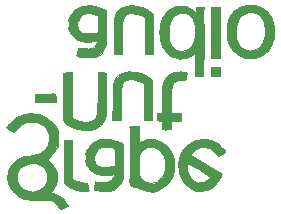
<source format=gbo>
G04 #@! TF.GenerationSoftware,KiCad,Pcbnew,(5.1.2)-2*
G04 #@! TF.CreationDate,2021-02-16T01:53:11-08:00*
G04 #@! TF.ProjectId,FiveStageStereoEQ,46697665-5374-4616-9765-53746572656f,v01*
G04 #@! TF.SameCoordinates,Original*
G04 #@! TF.FileFunction,Legend,Bot*
G04 #@! TF.FilePolarity,Positive*
%FSLAX46Y46*%
G04 Gerber Fmt 4.6, Leading zero omitted, Abs format (unit mm)*
G04 Created by KiCad (PCBNEW (5.1.2)-2) date 2021-02-16 01:53:11*
%MOMM*%
%LPD*%
G04 APERTURE LIST*
%ADD10C,0.002540*%
%ADD11C,0.012700*%
%ADD12C,0.120000*%
%ADD13C,0.025400*%
G04 APERTURE END LIST*
D10*
G36*
X119166640Y-93644720D02*
G01*
X119451120Y-93850460D01*
X119331740Y-93964760D01*
X119105680Y-94155260D01*
X118910100Y-94269560D01*
X118526560Y-93743780D01*
X118638320Y-93682820D01*
X118775480Y-93581220D01*
X118884700Y-93449140D01*
X119166640Y-93644720D01*
G37*
X119166640Y-93644720D02*
X119451120Y-93850460D01*
X119331740Y-93964760D01*
X119105680Y-94155260D01*
X118910100Y-94269560D01*
X118526560Y-93743780D01*
X118638320Y-93682820D01*
X118775480Y-93581220D01*
X118884700Y-93449140D01*
X119166640Y-93644720D01*
G36*
X118262400Y-89997280D02*
G01*
X118684040Y-90088720D01*
X119128540Y-90307160D01*
X119372380Y-90484960D01*
X119593360Y-90733880D01*
X119700040Y-90901520D01*
X119811800Y-91168220D01*
X119908320Y-91462860D01*
X119959120Y-91742260D01*
X119992140Y-91988640D01*
X119989600Y-92557600D01*
X119966740Y-92788740D01*
X119849900Y-93220540D01*
X119669560Y-93581220D01*
X119446040Y-93850460D01*
X118884700Y-93449140D01*
X119054880Y-93220540D01*
X119204740Y-92778580D01*
X119242840Y-92425520D01*
X119255540Y-92125800D01*
X119192040Y-91627960D01*
X119192887Y-91630500D01*
X119174260Y-91546680D01*
X119080280Y-91277440D01*
X118945660Y-91056460D01*
X118729760Y-90817700D01*
X118427500Y-90647520D01*
X118064280Y-90573860D01*
X117734080Y-90599260D01*
X117449600Y-90703400D01*
X117157500Y-90921840D01*
X116997480Y-91114880D01*
X116916200Y-91267280D01*
X116804440Y-91564460D01*
X116776500Y-91770200D01*
X116743480Y-91998800D01*
X116751100Y-92397580D01*
X116763800Y-92745560D01*
X116847620Y-93045280D01*
X117012720Y-93337380D01*
X117116860Y-93492320D01*
X117327680Y-93662500D01*
X117492780Y-93759020D01*
X117596920Y-93802200D01*
X117876320Y-93865700D01*
X118051580Y-93875860D01*
X118343680Y-93827600D01*
X118526560Y-93743780D01*
X118907560Y-94269560D01*
X118653560Y-94368620D01*
X118379240Y-94437200D01*
X118084600Y-94467680D01*
X117754400Y-94460060D01*
X117523260Y-94424500D01*
X117195600Y-94315280D01*
X116900960Y-94170500D01*
X116575840Y-93908880D01*
X116352320Y-93634560D01*
X116184680Y-93314520D01*
X116065300Y-92941140D01*
X116009420Y-92262960D01*
X116029740Y-91805760D01*
X116062760Y-91567000D01*
X116128800Y-91285060D01*
X116184680Y-91140280D01*
X116250720Y-91000580D01*
X116352320Y-90815160D01*
X116550440Y-90558620D01*
X116832380Y-90319860D01*
X117099080Y-90159840D01*
X117464840Y-90037920D01*
X117779800Y-89987120D01*
X118262400Y-89997280D01*
G37*
X118262400Y-89997280D02*
X118684040Y-90088720D01*
X119128540Y-90307160D01*
X119372380Y-90484960D01*
X119593360Y-90733880D01*
X119700040Y-90901520D01*
X119811800Y-91168220D01*
X119908320Y-91462860D01*
X119959120Y-91742260D01*
X119992140Y-91988640D01*
X119989600Y-92557600D01*
X119966740Y-92788740D01*
X119849900Y-93220540D01*
X119669560Y-93581220D01*
X119446040Y-93850460D01*
X118884700Y-93449140D01*
X119054880Y-93220540D01*
X119204740Y-92778580D01*
X119242840Y-92425520D01*
X119255540Y-92125800D01*
X119192040Y-91627960D01*
X119192887Y-91630500D01*
X119174260Y-91546680D01*
X119080280Y-91277440D01*
X118945660Y-91056460D01*
X118729760Y-90817700D01*
X118427500Y-90647520D01*
X118064280Y-90573860D01*
X117734080Y-90599260D01*
X117449600Y-90703400D01*
X117157500Y-90921840D01*
X116997480Y-91114880D01*
X116916200Y-91267280D01*
X116804440Y-91564460D01*
X116776500Y-91770200D01*
X116743480Y-91998800D01*
X116751100Y-92397580D01*
X116763800Y-92745560D01*
X116847620Y-93045280D01*
X117012720Y-93337380D01*
X117116860Y-93492320D01*
X117327680Y-93662500D01*
X117492780Y-93759020D01*
X117596920Y-93802200D01*
X117876320Y-93865700D01*
X118051580Y-93875860D01*
X118343680Y-93827600D01*
X118526560Y-93743780D01*
X118907560Y-94269560D01*
X118653560Y-94368620D01*
X118379240Y-94437200D01*
X118084600Y-94467680D01*
X117754400Y-94460060D01*
X117523260Y-94424500D01*
X117195600Y-94315280D01*
X116900960Y-94170500D01*
X116575840Y-93908880D01*
X116352320Y-93634560D01*
X116184680Y-93314520D01*
X116065300Y-92941140D01*
X116009420Y-92262960D01*
X116029740Y-91805760D01*
X116062760Y-91567000D01*
X116128800Y-91285060D01*
X116184680Y-91140280D01*
X116250720Y-91000580D01*
X116352320Y-90815160D01*
X116550440Y-90558620D01*
X116832380Y-90319860D01*
X117099080Y-90159840D01*
X117464840Y-90037920D01*
X117779800Y-89987120D01*
X118262400Y-89997280D01*
G36*
X115407440Y-90129360D02*
G01*
X115402360Y-94416880D01*
X114663220Y-94424500D01*
X114663220Y-90126820D01*
X115407440Y-90129360D01*
G37*
X115407440Y-90129360D02*
X115402360Y-94416880D01*
X114663220Y-94424500D01*
X114663220Y-90126820D01*
X115407440Y-90129360D01*
D11*
G36*
X114660680Y-95227166D02*
G01*
X115407440Y-95234760D01*
X115394740Y-96024700D01*
X114665760Y-96022160D01*
X114660680Y-95227166D01*
X114658140Y-95227140D01*
X114660680Y-95227140D01*
X114660680Y-95227166D01*
G37*
X114660680Y-95227166D02*
X115407440Y-95234760D01*
X115394740Y-96024700D01*
X114665760Y-96022160D01*
X114660680Y-95227166D01*
X114658140Y-95227140D01*
X114660680Y-95227140D01*
X114660680Y-95227166D01*
G36*
X112580420Y-90096340D02*
G01*
X112814100Y-90195400D01*
X113047780Y-90352880D01*
X113205260Y-90495120D01*
X113357660Y-90637360D01*
X113360200Y-90416380D01*
X113362740Y-90124280D01*
X114010440Y-90131900D01*
X114007900Y-90449400D01*
X114010436Y-92501077D01*
X114015520Y-92501720D01*
X114012980Y-93184980D01*
X114000280Y-96022160D01*
X114002820Y-96024700D01*
X113311940Y-96022160D01*
X113306860Y-95755460D01*
X113304320Y-93977460D01*
X113167160Y-94086680D01*
X112897920Y-94284800D01*
X112555020Y-94442280D01*
X112255300Y-94500700D01*
X111993680Y-94505780D01*
X111742220Y-94477840D01*
X111495840Y-94406720D01*
X111358680Y-94350840D01*
X111097060Y-94190820D01*
X110904020Y-94025720D01*
X110670340Y-93738700D01*
X110538260Y-93492320D01*
X110408720Y-93121480D01*
X110319820Y-92616020D01*
X110319068Y-92595700D01*
X111060230Y-92595700D01*
X111097060Y-92925900D01*
X111196120Y-93248480D01*
X111386620Y-93553280D01*
X111508540Y-93680280D01*
X111649510Y-93788230D01*
X111880650Y-93887290D01*
X112100360Y-93924120D01*
X112280700Y-93913960D01*
X112494060Y-93870780D01*
X112717580Y-93759020D01*
X112880140Y-93642180D01*
X113023650Y-93496130D01*
X113198910Y-93204030D01*
X113306860Y-92814140D01*
X113339880Y-92499180D01*
X113351706Y-92423496D01*
X113347500Y-92422980D01*
X113347500Y-92044520D01*
X113334800Y-91815920D01*
X113258600Y-91493340D01*
X113197640Y-91323160D01*
X113106200Y-91142820D01*
X112976660Y-90959940D01*
X112702340Y-90749120D01*
X112487710Y-90658950D01*
X112190530Y-90620850D01*
X111955580Y-90655140D01*
X111737140Y-90746580D01*
X111592360Y-90845640D01*
X111399320Y-91031060D01*
X111244380Y-91257120D01*
X111152940Y-91467940D01*
X111102140Y-91643200D01*
X111071660Y-91902280D01*
X111062770Y-92123260D01*
X111060230Y-92595700D01*
X110319068Y-92595700D01*
X110309660Y-92341700D01*
X110312200Y-92064840D01*
X110345220Y-91757500D01*
X110421420Y-91404440D01*
X110543340Y-91064080D01*
X110716060Y-90787220D01*
X110868460Y-90604340D01*
X111036100Y-90444320D01*
X111325660Y-90248740D01*
X111584740Y-90131900D01*
X111932720Y-90043000D01*
X112273080Y-90043000D01*
X112580420Y-90096340D01*
G37*
X112580420Y-90096340D02*
X112814100Y-90195400D01*
X113047780Y-90352880D01*
X113205260Y-90495120D01*
X113357660Y-90637360D01*
X113360200Y-90416380D01*
X113362740Y-90124280D01*
X114010440Y-90131900D01*
X114007900Y-90449400D01*
X114010436Y-92501077D01*
X114015520Y-92501720D01*
X114012980Y-93184980D01*
X114000280Y-96022160D01*
X114002820Y-96024700D01*
X113311940Y-96022160D01*
X113306860Y-95755460D01*
X113304320Y-93977460D01*
X113167160Y-94086680D01*
X112897920Y-94284800D01*
X112555020Y-94442280D01*
X112255300Y-94500700D01*
X111993680Y-94505780D01*
X111742220Y-94477840D01*
X111495840Y-94406720D01*
X111358680Y-94350840D01*
X111097060Y-94190820D01*
X110904020Y-94025720D01*
X110670340Y-93738700D01*
X110538260Y-93492320D01*
X110408720Y-93121480D01*
X110319820Y-92616020D01*
X110319068Y-92595700D01*
X111060230Y-92595700D01*
X111097060Y-92925900D01*
X111196120Y-93248480D01*
X111386620Y-93553280D01*
X111508540Y-93680280D01*
X111649510Y-93788230D01*
X111880650Y-93887290D01*
X112100360Y-93924120D01*
X112280700Y-93913960D01*
X112494060Y-93870780D01*
X112717580Y-93759020D01*
X112880140Y-93642180D01*
X113023650Y-93496130D01*
X113198910Y-93204030D01*
X113306860Y-92814140D01*
X113339880Y-92499180D01*
X113351706Y-92423496D01*
X113347500Y-92422980D01*
X113347500Y-92044520D01*
X113334800Y-91815920D01*
X113258600Y-91493340D01*
X113197640Y-91323160D01*
X113106200Y-91142820D01*
X112976660Y-90959940D01*
X112702340Y-90749120D01*
X112487710Y-90658950D01*
X112190530Y-90620850D01*
X111955580Y-90655140D01*
X111737140Y-90746580D01*
X111592360Y-90845640D01*
X111399320Y-91031060D01*
X111244380Y-91257120D01*
X111152940Y-91467940D01*
X111102140Y-91643200D01*
X111071660Y-91902280D01*
X111062770Y-92123260D01*
X111060230Y-92595700D01*
X110319068Y-92595700D01*
X110309660Y-92341700D01*
X110312200Y-92064840D01*
X110345220Y-91757500D01*
X110421420Y-91404440D01*
X110543340Y-91064080D01*
X110716060Y-90787220D01*
X110868460Y-90604340D01*
X111036100Y-90444320D01*
X111325660Y-90248740D01*
X111584740Y-90131900D01*
X111932720Y-90043000D01*
X112273080Y-90043000D01*
X112580420Y-90096340D01*
G36*
X108054140Y-90035380D02*
G01*
X108407200Y-90068400D01*
X108696760Y-90131900D01*
X109075220Y-90269060D01*
X109430820Y-90464640D01*
X109659420Y-90644980D01*
X109758480Y-90741500D01*
X109761020Y-91094560D01*
X109758480Y-91953080D01*
X109758480Y-94122240D01*
X109062520Y-94127320D01*
X109057440Y-91038680D01*
X108872020Y-90904060D01*
X108600240Y-90805000D01*
X108389420Y-90746580D01*
X108186220Y-90698320D01*
X107985560Y-90678000D01*
X107734100Y-90690700D01*
X107530900Y-90766900D01*
X107375960Y-90868500D01*
X107248960Y-91023440D01*
X107172760Y-91213940D01*
X107149900Y-91404440D01*
X107142280Y-91533980D01*
X107134660Y-91808300D01*
X107106720Y-94117160D01*
X107109260Y-94119700D01*
X106413300Y-94127320D01*
X106403140Y-93769180D01*
X106423460Y-92219780D01*
X106436160Y-91061540D01*
X106489500Y-90939620D01*
X106624120Y-90700860D01*
X106832400Y-90434160D01*
X107061000Y-90258900D01*
X107243880Y-90164920D01*
X107538520Y-90076020D01*
X107868720Y-90032840D01*
X108054140Y-90035380D01*
G37*
X108054140Y-90035380D02*
X108407200Y-90068400D01*
X108696760Y-90131900D01*
X109075220Y-90269060D01*
X109430820Y-90464640D01*
X109659420Y-90644980D01*
X109758480Y-90741500D01*
X109761020Y-91094560D01*
X109758480Y-91953080D01*
X109758480Y-94122240D01*
X109062520Y-94127320D01*
X109057440Y-91038680D01*
X108872020Y-90904060D01*
X108600240Y-90805000D01*
X108389420Y-90746580D01*
X108186220Y-90698320D01*
X107985560Y-90678000D01*
X107734100Y-90690700D01*
X107530900Y-90766900D01*
X107375960Y-90868500D01*
X107248960Y-91023440D01*
X107172760Y-91213940D01*
X107149900Y-91404440D01*
X107142280Y-91533980D01*
X107134660Y-91808300D01*
X107106720Y-94117160D01*
X107109260Y-94119700D01*
X106413300Y-94127320D01*
X106403140Y-93769180D01*
X106423460Y-92219780D01*
X106436160Y-91061540D01*
X106489500Y-90939620D01*
X106624120Y-90700860D01*
X106832400Y-90434160D01*
X107061000Y-90258900D01*
X107243880Y-90164920D01*
X107538520Y-90076020D01*
X107868720Y-90032840D01*
X108054140Y-90035380D01*
G36*
X104503220Y-90037920D02*
G01*
X104780080Y-90083640D01*
X105369360Y-90248740D01*
X105783380Y-90411300D01*
X105778300Y-90690700D01*
X105783380Y-93294200D01*
X105610660Y-93647260D01*
X105496360Y-93860620D01*
X105295700Y-94086680D01*
X105036620Y-94269560D01*
X104767380Y-94371160D01*
X104571800Y-94409260D01*
X104084120Y-94416880D01*
X103659940Y-94386400D01*
X103319580Y-94300040D01*
X103278940Y-94246700D01*
X103375460Y-93731080D01*
X103433880Y-93637100D01*
X103433880Y-93634560D01*
X103677720Y-93654880D01*
X103898700Y-93680280D01*
X104127300Y-93698060D01*
X104284780Y-93700600D01*
X104503220Y-93677740D01*
X104706420Y-93586300D01*
X104884220Y-93431360D01*
X104988360Y-93230700D01*
X105039160Y-93055440D01*
X104998172Y-92863269D01*
X105036620Y-93052900D01*
X105026460Y-93012260D01*
X104968040Y-92997020D01*
X104706420Y-93065600D01*
X104320340Y-93111320D01*
X104010460Y-93101160D01*
X103764080Y-93060520D01*
X103337360Y-92905580D01*
X103022400Y-92702380D01*
X102786180Y-92433140D01*
X102661720Y-92191840D01*
X102600760Y-91983560D01*
X102585520Y-91727020D01*
X102585520Y-91579700D01*
X103291640Y-91579700D01*
X103291640Y-91706700D01*
X103365300Y-91991180D01*
X103438960Y-92135960D01*
X103639620Y-92323920D01*
X103898700Y-92407740D01*
X104320340Y-92428060D01*
X104627680Y-92395040D01*
X104782620Y-92364560D01*
X104886760Y-92313760D01*
X104889450Y-92327029D01*
X105059480Y-92262960D01*
X105056940Y-91584780D01*
X105062020Y-90845640D01*
X104919780Y-90784680D01*
X104663240Y-90726260D01*
X104401620Y-90690700D01*
X104145080Y-90678000D01*
X103888540Y-90713560D01*
X103670100Y-90845640D01*
X103532940Y-90985340D01*
X103426260Y-91132660D01*
X103350060Y-91305380D01*
X103301800Y-91455240D01*
X103291640Y-91579700D01*
X102585520Y-91579700D01*
X102585520Y-91389200D01*
X102623620Y-91178380D01*
X102679500Y-91023440D01*
X102859840Y-90711020D01*
X103090980Y-90446860D01*
X103322120Y-90266520D01*
X103571040Y-90136980D01*
X103825040Y-90058240D01*
X104165400Y-90022680D01*
X104503220Y-90037920D01*
G37*
X104503220Y-90037920D02*
X104780080Y-90083640D01*
X105369360Y-90248740D01*
X105783380Y-90411300D01*
X105778300Y-90690700D01*
X105783380Y-93294200D01*
X105610660Y-93647260D01*
X105496360Y-93860620D01*
X105295700Y-94086680D01*
X105036620Y-94269560D01*
X104767380Y-94371160D01*
X104571800Y-94409260D01*
X104084120Y-94416880D01*
X103659940Y-94386400D01*
X103319580Y-94300040D01*
X103278940Y-94246700D01*
X103375460Y-93731080D01*
X103433880Y-93637100D01*
X103433880Y-93634560D01*
X103677720Y-93654880D01*
X103898700Y-93680280D01*
X104127300Y-93698060D01*
X104284780Y-93700600D01*
X104503220Y-93677740D01*
X104706420Y-93586300D01*
X104884220Y-93431360D01*
X104988360Y-93230700D01*
X105039160Y-93055440D01*
X104998172Y-92863269D01*
X105036620Y-93052900D01*
X105026460Y-93012260D01*
X104968040Y-92997020D01*
X104706420Y-93065600D01*
X104320340Y-93111320D01*
X104010460Y-93101160D01*
X103764080Y-93060520D01*
X103337360Y-92905580D01*
X103022400Y-92702380D01*
X102786180Y-92433140D01*
X102661720Y-92191840D01*
X102600760Y-91983560D01*
X102585520Y-91727020D01*
X102585520Y-91579700D01*
X103291640Y-91579700D01*
X103291640Y-91706700D01*
X103365300Y-91991180D01*
X103438960Y-92135960D01*
X103639620Y-92323920D01*
X103898700Y-92407740D01*
X104320340Y-92428060D01*
X104627680Y-92395040D01*
X104782620Y-92364560D01*
X104886760Y-92313760D01*
X104889450Y-92327029D01*
X105059480Y-92262960D01*
X105056940Y-91584780D01*
X105062020Y-90845640D01*
X104919780Y-90784680D01*
X104663240Y-90726260D01*
X104401620Y-90690700D01*
X104145080Y-90678000D01*
X103888540Y-90713560D01*
X103670100Y-90845640D01*
X103532940Y-90985340D01*
X103426260Y-91132660D01*
X103350060Y-91305380D01*
X103301800Y-91455240D01*
X103291640Y-91579700D01*
X102585520Y-91579700D01*
X102585520Y-91389200D01*
X102623620Y-91178380D01*
X102679500Y-91023440D01*
X102859840Y-90711020D01*
X103090980Y-90446860D01*
X103322120Y-90266520D01*
X103571040Y-90136980D01*
X103825040Y-90058240D01*
X104165400Y-90022680D01*
X104503220Y-90037920D01*
D10*
G36*
X112245140Y-95638620D02*
G01*
X112461040Y-95666560D01*
X112549940Y-95694500D01*
X112572800Y-95724980D01*
X112580420Y-95752920D01*
X112577880Y-95758000D01*
X112557560Y-95879920D01*
X112486440Y-96159320D01*
X112420400Y-96349820D01*
X112064800Y-96337120D01*
X111810800Y-96342200D01*
X111663480Y-96377760D01*
X111506000Y-96471740D01*
X111389160Y-96611440D01*
X111318040Y-96784160D01*
X111302800Y-96977200D01*
X111290100Y-97076260D01*
X111285020Y-97508060D01*
X111285020Y-98503740D01*
X111290100Y-99098100D01*
X112102900Y-99131120D01*
X112105440Y-99776280D01*
X111264700Y-99781360D01*
X111249460Y-99898200D01*
X111226600Y-100482400D01*
X111216440Y-100505260D01*
X110634780Y-100512880D01*
X110543340Y-100495100D01*
X110525560Y-100383340D01*
X110510320Y-100142040D01*
X110510320Y-99783900D01*
X110096300Y-99750880D01*
X110050580Y-99184460D01*
X110055660Y-99126040D01*
X110510320Y-99120960D01*
X110505240Y-98635820D01*
X110515400Y-97698560D01*
X110525560Y-97266760D01*
X110561120Y-96862900D01*
X110619540Y-96641920D01*
X110677960Y-96436180D01*
X110723680Y-96349820D01*
X110799880Y-96220280D01*
X110881160Y-96108520D01*
X110962440Y-96017080D01*
X111097060Y-95900240D01*
X111239300Y-95806260D01*
X111439960Y-95722440D01*
X111648240Y-95669100D01*
X112003840Y-95628460D01*
X112245140Y-95638620D01*
G37*
X112245140Y-95638620D02*
X112461040Y-95666560D01*
X112549940Y-95694500D01*
X112572800Y-95724980D01*
X112580420Y-95752920D01*
X112577880Y-95758000D01*
X112557560Y-95879920D01*
X112486440Y-96159320D01*
X112420400Y-96349820D01*
X112064800Y-96337120D01*
X111810800Y-96342200D01*
X111663480Y-96377760D01*
X111506000Y-96471740D01*
X111389160Y-96611440D01*
X111318040Y-96784160D01*
X111302800Y-96977200D01*
X111290100Y-97076260D01*
X111285020Y-97508060D01*
X111285020Y-98503740D01*
X111290100Y-99098100D01*
X112102900Y-99131120D01*
X112105440Y-99776280D01*
X111264700Y-99781360D01*
X111249460Y-99898200D01*
X111226600Y-100482400D01*
X111216440Y-100505260D01*
X110634780Y-100512880D01*
X110543340Y-100495100D01*
X110525560Y-100383340D01*
X110510320Y-100142040D01*
X110510320Y-99783900D01*
X110096300Y-99750880D01*
X110050580Y-99184460D01*
X110055660Y-99126040D01*
X110510320Y-99120960D01*
X110505240Y-98635820D01*
X110515400Y-97698560D01*
X110525560Y-97266760D01*
X110561120Y-96862900D01*
X110619540Y-96641920D01*
X110677960Y-96436180D01*
X110723680Y-96349820D01*
X110799880Y-96220280D01*
X110881160Y-96108520D01*
X110962440Y-96017080D01*
X111097060Y-95900240D01*
X111239300Y-95806260D01*
X111439960Y-95722440D01*
X111648240Y-95669100D01*
X112003840Y-95628460D01*
X112245140Y-95638620D01*
D11*
G36*
X108427520Y-95691960D02*
G01*
X108653580Y-95750380D01*
X108945680Y-95857060D01*
X109291120Y-96042480D01*
X109565440Y-96260920D01*
X109661960Y-96352360D01*
X109656880Y-97116900D01*
X109656880Y-99725480D01*
X108963460Y-99722940D01*
X108960920Y-99240340D01*
X108960920Y-98239580D01*
X108958380Y-96629220D01*
X108813600Y-96527620D01*
X108577380Y-96426020D01*
X108183680Y-96319340D01*
X107922060Y-96276160D01*
X107769660Y-96276160D01*
X107553760Y-96314260D01*
X107407710Y-96363790D01*
X107207050Y-96533970D01*
X107185460Y-96570800D01*
X107114340Y-96672400D01*
X107091480Y-96746060D01*
X107068620Y-96875600D01*
X107050840Y-97073720D01*
X107033060Y-97353120D01*
X106997500Y-99717860D01*
X106997500Y-99720400D01*
X106316780Y-99720400D01*
X106321860Y-98104960D01*
X106332020Y-96664780D01*
X106474260Y-96382840D01*
X106646980Y-96123760D01*
X106934000Y-95869760D01*
X107279440Y-95709740D01*
X107650280Y-95641160D01*
X107998260Y-95631000D01*
X108427520Y-95691960D01*
G37*
X108427520Y-95691960D02*
X108653580Y-95750380D01*
X108945680Y-95857060D01*
X109291120Y-96042480D01*
X109565440Y-96260920D01*
X109661960Y-96352360D01*
X109656880Y-97116900D01*
X109656880Y-99725480D01*
X108963460Y-99722940D01*
X108960920Y-99240340D01*
X108960920Y-98239580D01*
X108958380Y-96629220D01*
X108813600Y-96527620D01*
X108577380Y-96426020D01*
X108183680Y-96319340D01*
X107922060Y-96276160D01*
X107769660Y-96276160D01*
X107553760Y-96314260D01*
X107407710Y-96363790D01*
X107207050Y-96533970D01*
X107185460Y-96570800D01*
X107114340Y-96672400D01*
X107091480Y-96746060D01*
X107068620Y-96875600D01*
X107050840Y-97073720D01*
X107033060Y-97353120D01*
X106997500Y-99717860D01*
X106997500Y-99720400D01*
X106316780Y-99720400D01*
X106321860Y-98104960D01*
X106332020Y-96664780D01*
X106474260Y-96382840D01*
X106646980Y-96123760D01*
X106934000Y-95869760D01*
X107279440Y-95709740D01*
X107650280Y-95641160D01*
X107998260Y-95631000D01*
X108427520Y-95691960D01*
G36*
X102857300Y-99514660D02*
G01*
X102976680Y-99595940D01*
X103174800Y-99707700D01*
X103334820Y-99773740D01*
X103698040Y-99867720D01*
X103949500Y-99908360D01*
X104292400Y-99903280D01*
X104452420Y-99874070D01*
X104762300Y-99724210D01*
X104823260Y-99626420D01*
X104907080Y-99507040D01*
X104955340Y-99410520D01*
X104995980Y-99227640D01*
X105011220Y-99141280D01*
X105023920Y-98905060D01*
X105044240Y-97749360D01*
X105056940Y-97213420D01*
X105067100Y-95676720D01*
X105791000Y-95702120D01*
X105778300Y-97530920D01*
X105770680Y-98823780D01*
X105737660Y-99283520D01*
X105669080Y-99580700D01*
X105501440Y-99898200D01*
X105338880Y-100103940D01*
X105107740Y-100289360D01*
X104886760Y-100406200D01*
X104741980Y-100459540D01*
X104449880Y-100540820D01*
X104109520Y-100566220D01*
X103776780Y-100556060D01*
X103360220Y-100474780D01*
X103057960Y-100370640D01*
X102737920Y-100225860D01*
X102400100Y-100015040D01*
X102191820Y-99816920D01*
X102105460Y-99740720D01*
X102120700Y-97914460D01*
X102135940Y-95699580D01*
X102138480Y-95702120D01*
X102577900Y-95689420D01*
X102857300Y-95674180D01*
X102857300Y-99514660D01*
G37*
X102857300Y-99514660D02*
X102976680Y-99595940D01*
X103174800Y-99707700D01*
X103334820Y-99773740D01*
X103698040Y-99867720D01*
X103949500Y-99908360D01*
X104292400Y-99903280D01*
X104452420Y-99874070D01*
X104762300Y-99724210D01*
X104823260Y-99626420D01*
X104907080Y-99507040D01*
X104955340Y-99410520D01*
X104995980Y-99227640D01*
X105011220Y-99141280D01*
X105023920Y-98905060D01*
X105044240Y-97749360D01*
X105056940Y-97213420D01*
X105067100Y-95676720D01*
X105791000Y-95702120D01*
X105778300Y-97530920D01*
X105770680Y-98823780D01*
X105737660Y-99283520D01*
X105669080Y-99580700D01*
X105501440Y-99898200D01*
X105338880Y-100103940D01*
X105107740Y-100289360D01*
X104886760Y-100406200D01*
X104741980Y-100459540D01*
X104449880Y-100540820D01*
X104109520Y-100566220D01*
X103776780Y-100556060D01*
X103360220Y-100474780D01*
X103057960Y-100370640D01*
X102737920Y-100225860D01*
X102400100Y-100015040D01*
X102191820Y-99816920D01*
X102105460Y-99740720D01*
X102120700Y-97914460D01*
X102135940Y-95699580D01*
X102138480Y-95702120D01*
X102577900Y-95689420D01*
X102857300Y-95674180D01*
X102857300Y-99514660D01*
D10*
G36*
X101343460Y-97492820D02*
G01*
X101475540Y-97566480D01*
X101495860Y-97673160D01*
X101493320Y-97970340D01*
X101480620Y-98191320D01*
X101467920Y-98204020D01*
X99740720Y-98229420D01*
X99715320Y-98214180D01*
X99712780Y-98214180D01*
X99730560Y-97505520D01*
X101170740Y-97480120D01*
X101343460Y-97492820D01*
G37*
X101343460Y-97492820D02*
X101475540Y-97566480D01*
X101495860Y-97673160D01*
X101493320Y-97970340D01*
X101480620Y-98191320D01*
X101467920Y-98204020D01*
X99740720Y-98229420D01*
X99715320Y-98214180D01*
X99712780Y-98214180D01*
X99730560Y-97505520D01*
X101170740Y-97480120D01*
X101343460Y-97492820D01*
G36*
X99763580Y-99166680D02*
G01*
X100068380Y-99222560D01*
X100429060Y-99352100D01*
X100738940Y-99517200D01*
X100954840Y-99672140D01*
X101185980Y-99882960D01*
X101406960Y-100152200D01*
X101584760Y-100431600D01*
X101668580Y-100690680D01*
X101714300Y-101005640D01*
X101727000Y-101295200D01*
X101719380Y-101704140D01*
X101635560Y-101945440D01*
X101404420Y-102364540D01*
X101277420Y-102534720D01*
X101119940Y-102717600D01*
X100982780Y-102842060D01*
X100921820Y-102900480D01*
X100754180Y-103014780D01*
X100794820Y-103055420D01*
X100944680Y-103202740D01*
X101102384Y-103350431D01*
X101109780Y-103344980D01*
X101213920Y-103465630D01*
X101495860Y-103955850D01*
X101566980Y-104241600D01*
X101602540Y-104485440D01*
X101584760Y-104790240D01*
X101488240Y-105206800D01*
X101460300Y-105255060D01*
X101389180Y-105399840D01*
X101193600Y-105712260D01*
X101114860Y-105841800D01*
X101135180Y-105862120D01*
X101196140Y-105882440D01*
X101434900Y-105963720D01*
X101635560Y-106055160D01*
X101777800Y-106131360D01*
X101993700Y-106281220D01*
X102156260Y-106431080D01*
X102321360Y-106631740D01*
X102417880Y-106789220D01*
X102506780Y-106974640D01*
X102504240Y-106974640D01*
X102323900Y-107061000D01*
X102100380Y-107154980D01*
X101920040Y-107223560D01*
X101874320Y-107221020D01*
X101800660Y-107154980D01*
X101719380Y-107020360D01*
X101584760Y-106842560D01*
X101422200Y-106690160D01*
X101264720Y-106588560D01*
X101074220Y-106499660D01*
X100830380Y-106466640D01*
X100365560Y-106451400D01*
X100197920Y-106448860D01*
X99441000Y-106446320D01*
X99232720Y-106438700D01*
X99016820Y-106423460D01*
X98821240Y-106380280D01*
X98463100Y-106227880D01*
X98285300Y-106111040D01*
X98031300Y-105902760D01*
X97820480Y-105679240D01*
X97663000Y-105463340D01*
X97556320Y-105257600D01*
X97477580Y-105021380D01*
X97457260Y-104899460D01*
X97444560Y-104708960D01*
X97447123Y-104640380D01*
X98178620Y-104640380D01*
X98214180Y-104851200D01*
X98282760Y-105044240D01*
X98391980Y-105242360D01*
X98544380Y-105415080D01*
X98701860Y-105544620D01*
X98915220Y-105664000D01*
X99189540Y-105745280D01*
X99474020Y-105775760D01*
X99778820Y-105755440D01*
X100126800Y-105664000D01*
X100363020Y-105524300D01*
X100556060Y-105341420D01*
X100690680Y-105148380D01*
X100771960Y-104978200D01*
X100843080Y-104696260D01*
X100843080Y-104513380D01*
X100782120Y-104208580D01*
X100703380Y-104028240D01*
X100522178Y-103781604D01*
X100340160Y-103632000D01*
X100098860Y-103487220D01*
X99788980Y-103390700D01*
X99410520Y-103375460D01*
X99057460Y-103444040D01*
X98752660Y-103581200D01*
X98511360Y-103779320D01*
X98323400Y-104020620D01*
X98249740Y-104180640D01*
X98183700Y-104419400D01*
X98178620Y-104640380D01*
X97447123Y-104640380D01*
X97454720Y-104437180D01*
X97457260Y-104320340D01*
X97475040Y-104208580D01*
X97530920Y-103990140D01*
X97622360Y-103766620D01*
X97817940Y-103492300D01*
X98094800Y-103220520D01*
X98412300Y-102999540D01*
X98691700Y-102864920D01*
X98983800Y-102791260D01*
X99217480Y-102755700D01*
X99562920Y-102715060D01*
X99852480Y-102664260D01*
X100175060Y-102560120D01*
X100350320Y-102461060D01*
X100596700Y-102255320D01*
X100738940Y-102067360D01*
X100868480Y-101833680D01*
X100944680Y-101622860D01*
X100995480Y-101290120D01*
X100987860Y-101109780D01*
X100919280Y-100820220D01*
X100832920Y-100617020D01*
X100639880Y-100345240D01*
X100439220Y-100159820D01*
X100228400Y-100020120D01*
X99898200Y-99875340D01*
X99420680Y-99847400D01*
X99001580Y-99885500D01*
X98592640Y-100111560D01*
X98470720Y-100215700D01*
X98282760Y-100398580D01*
X97975420Y-100731320D01*
X97482660Y-100482400D01*
X97360740Y-100390960D01*
X97406460Y-100281740D01*
X97622360Y-99992180D01*
X97833180Y-99781360D01*
X98008440Y-99631500D01*
X98219260Y-99486720D01*
X98516440Y-99341940D01*
X98846640Y-99230180D01*
X99065080Y-99179380D01*
X99382580Y-99146360D01*
X99763580Y-99166680D01*
G37*
X99763580Y-99166680D02*
X100068380Y-99222560D01*
X100429060Y-99352100D01*
X100738940Y-99517200D01*
X100954840Y-99672140D01*
X101185980Y-99882960D01*
X101406960Y-100152200D01*
X101584760Y-100431600D01*
X101668580Y-100690680D01*
X101714300Y-101005640D01*
X101727000Y-101295200D01*
X101719380Y-101704140D01*
X101635560Y-101945440D01*
X101404420Y-102364540D01*
X101277420Y-102534720D01*
X101119940Y-102717600D01*
X100982780Y-102842060D01*
X100921820Y-102900480D01*
X100754180Y-103014780D01*
X100794820Y-103055420D01*
X100944680Y-103202740D01*
X101102384Y-103350431D01*
X101109780Y-103344980D01*
X101213920Y-103465630D01*
X101495860Y-103955850D01*
X101566980Y-104241600D01*
X101602540Y-104485440D01*
X101584760Y-104790240D01*
X101488240Y-105206800D01*
X101460300Y-105255060D01*
X101389180Y-105399840D01*
X101193600Y-105712260D01*
X101114860Y-105841800D01*
X101135180Y-105862120D01*
X101196140Y-105882440D01*
X101434900Y-105963720D01*
X101635560Y-106055160D01*
X101777800Y-106131360D01*
X101993700Y-106281220D01*
X102156260Y-106431080D01*
X102321360Y-106631740D01*
X102417880Y-106789220D01*
X102506780Y-106974640D01*
X102504240Y-106974640D01*
X102323900Y-107061000D01*
X102100380Y-107154980D01*
X101920040Y-107223560D01*
X101874320Y-107221020D01*
X101800660Y-107154980D01*
X101719380Y-107020360D01*
X101584760Y-106842560D01*
X101422200Y-106690160D01*
X101264720Y-106588560D01*
X101074220Y-106499660D01*
X100830380Y-106466640D01*
X100365560Y-106451400D01*
X100197920Y-106448860D01*
X99441000Y-106446320D01*
X99232720Y-106438700D01*
X99016820Y-106423460D01*
X98821240Y-106380280D01*
X98463100Y-106227880D01*
X98285300Y-106111040D01*
X98031300Y-105902760D01*
X97820480Y-105679240D01*
X97663000Y-105463340D01*
X97556320Y-105257600D01*
X97477580Y-105021380D01*
X97457260Y-104899460D01*
X97444560Y-104708960D01*
X97447123Y-104640380D01*
X98178620Y-104640380D01*
X98214180Y-104851200D01*
X98282760Y-105044240D01*
X98391980Y-105242360D01*
X98544380Y-105415080D01*
X98701860Y-105544620D01*
X98915220Y-105664000D01*
X99189540Y-105745280D01*
X99474020Y-105775760D01*
X99778820Y-105755440D01*
X100126800Y-105664000D01*
X100363020Y-105524300D01*
X100556060Y-105341420D01*
X100690680Y-105148380D01*
X100771960Y-104978200D01*
X100843080Y-104696260D01*
X100843080Y-104513380D01*
X100782120Y-104208580D01*
X100703380Y-104028240D01*
X100522178Y-103781604D01*
X100340160Y-103632000D01*
X100098860Y-103487220D01*
X99788980Y-103390700D01*
X99410520Y-103375460D01*
X99057460Y-103444040D01*
X98752660Y-103581200D01*
X98511360Y-103779320D01*
X98323400Y-104020620D01*
X98249740Y-104180640D01*
X98183700Y-104419400D01*
X98178620Y-104640380D01*
X97447123Y-104640380D01*
X97454720Y-104437180D01*
X97457260Y-104320340D01*
X97475040Y-104208580D01*
X97530920Y-103990140D01*
X97622360Y-103766620D01*
X97817940Y-103492300D01*
X98094800Y-103220520D01*
X98412300Y-102999540D01*
X98691700Y-102864920D01*
X98983800Y-102791260D01*
X99217480Y-102755700D01*
X99562920Y-102715060D01*
X99852480Y-102664260D01*
X100175060Y-102560120D01*
X100350320Y-102461060D01*
X100596700Y-102255320D01*
X100738940Y-102067360D01*
X100868480Y-101833680D01*
X100944680Y-101622860D01*
X100995480Y-101290120D01*
X100987860Y-101109780D01*
X100919280Y-100820220D01*
X100832920Y-100617020D01*
X100639880Y-100345240D01*
X100439220Y-100159820D01*
X100228400Y-100020120D01*
X99898200Y-99875340D01*
X99420680Y-99847400D01*
X99001580Y-99885500D01*
X98592640Y-100111560D01*
X98470720Y-100215700D01*
X98282760Y-100398580D01*
X97975420Y-100731320D01*
X97482660Y-100482400D01*
X97360740Y-100390960D01*
X97406460Y-100281740D01*
X97622360Y-99992180D01*
X97833180Y-99781360D01*
X98008440Y-99631500D01*
X98219260Y-99486720D01*
X98516440Y-99341940D01*
X98846640Y-99230180D01*
X99065080Y-99179380D01*
X99382580Y-99146360D01*
X99763580Y-99166680D01*
G36*
X102839520Y-102801420D02*
G01*
X102862380Y-104160320D01*
X102880160Y-104485440D01*
X102890320Y-104653080D01*
X102918260Y-104716580D01*
X102991920Y-104777540D01*
X103192580Y-104856280D01*
X103284020Y-104889300D01*
X103550720Y-104962960D01*
X103781860Y-105006140D01*
X103957120Y-105021380D01*
X104168400Y-105056593D01*
X104254300Y-105465880D01*
X104267000Y-105653840D01*
X104261920Y-105689400D01*
X104233980Y-105724960D01*
X104178100Y-105727500D01*
X104134920Y-105732580D01*
X104038400Y-105719880D01*
X103759000Y-105707180D01*
X103593900Y-105686860D01*
X103395780Y-105669080D01*
X103245920Y-105641140D01*
X103017320Y-105567480D01*
X102809040Y-105478580D01*
X102603300Y-105369360D01*
X102400100Y-105227120D01*
X102163880Y-105016300D01*
X102158800Y-104795320D01*
X102168960Y-103759000D01*
X102189280Y-101409500D01*
X102826820Y-101406960D01*
X102839520Y-102801420D01*
G37*
X102839520Y-102801420D02*
X102862380Y-104160320D01*
X102880160Y-104485440D01*
X102890320Y-104653080D01*
X102918260Y-104716580D01*
X102991920Y-104777540D01*
X103192580Y-104856280D01*
X103284020Y-104889300D01*
X103550720Y-104962960D01*
X103781860Y-105006140D01*
X103957120Y-105021380D01*
X104168400Y-105056593D01*
X104254300Y-105465880D01*
X104267000Y-105653840D01*
X104261920Y-105689400D01*
X104233980Y-105724960D01*
X104178100Y-105727500D01*
X104134920Y-105732580D01*
X104038400Y-105719880D01*
X103759000Y-105707180D01*
X103593900Y-105686860D01*
X103395780Y-105669080D01*
X103245920Y-105641140D01*
X103017320Y-105567480D01*
X102809040Y-105478580D01*
X102603300Y-105369360D01*
X102400100Y-105227120D01*
X102163880Y-105016300D01*
X102158800Y-104795320D01*
X102168960Y-103759000D01*
X102189280Y-101409500D01*
X102826820Y-101406960D01*
X102839520Y-102801420D01*
G36*
X104170480Y-105056940D02*
G01*
X104168400Y-105056593D01*
X104167940Y-105054400D01*
X104170480Y-105056940D01*
G37*
X104170480Y-105056940D02*
X104168400Y-105056593D01*
X104167940Y-105054400D01*
X104170480Y-105056940D01*
D12*
X105689400Y-101917500D02*
X105851960Y-101925120D01*
X105694480Y-101887020D02*
X105689400Y-101917500D01*
X106598720Y-102041960D02*
X105694480Y-101887020D01*
X106563160Y-102163880D02*
X106598720Y-102041960D01*
D10*
G36*
X106149140Y-101371400D02*
G01*
X106380280Y-101424740D01*
X106613960Y-101493320D01*
X106915294Y-101587012D01*
X106918760Y-101582220D01*
X107228640Y-101716840D01*
X107228640Y-104617520D01*
X107111800Y-104843580D01*
X106967020Y-105110280D01*
X106796840Y-105333800D01*
X106537760Y-105534460D01*
X106332020Y-105633520D01*
X106113580Y-105694480D01*
X105897680Y-105714800D01*
X105567480Y-105712260D01*
X105247440Y-105694480D01*
X104952800Y-105648760D01*
X104747060Y-105587800D01*
X104734360Y-105509060D01*
X104762300Y-105389680D01*
X104780080Y-105262680D01*
X104843580Y-104973120D01*
X104884220Y-104929940D01*
X105001060Y-104942640D01*
X105445560Y-104993440D01*
X105874820Y-104990900D01*
X105943400Y-104978200D01*
X106032300Y-104947720D01*
X106154220Y-104889300D01*
X106268520Y-104797860D01*
X106362500Y-104678480D01*
X106423460Y-104556560D01*
X106471720Y-104421940D01*
X106486960Y-104325420D01*
X106448860Y-104297480D01*
X106415840Y-104300020D01*
X106174540Y-104360980D01*
X105747820Y-104409240D01*
X105295700Y-104378760D01*
X105082340Y-104317800D01*
X104894380Y-104249220D01*
X104658160Y-104122220D01*
X104386380Y-103903780D01*
X104231440Y-103720900D01*
X104101900Y-103477060D01*
X104038400Y-103179880D01*
X104040280Y-102933500D01*
X104739440Y-102933500D01*
X104749600Y-103101140D01*
X104810560Y-103301800D01*
X104940100Y-103492300D01*
X105013760Y-103545640D01*
X105176320Y-103659940D01*
X105336340Y-103708200D01*
X105483660Y-103723440D01*
X105653840Y-103733600D01*
X105953560Y-103718360D01*
X106126280Y-103692960D01*
X106420920Y-103601520D01*
X106512360Y-103571040D01*
X106514900Y-102946200D01*
X106512360Y-102461060D01*
X106514900Y-102344220D01*
X106507280Y-102151180D01*
X106846435Y-101682225D01*
X106507280Y-102143560D01*
X106222800Y-102034340D01*
X105839260Y-101939090D01*
X105290620Y-102029260D01*
X105112820Y-102156260D01*
X104983280Y-102285800D01*
X104797860Y-102588060D01*
X104744520Y-102786180D01*
X104739440Y-102933500D01*
X104040280Y-102933500D01*
X104040940Y-102847140D01*
X104051100Y-102577900D01*
X104081580Y-102453440D01*
X104150160Y-102288340D01*
X104269540Y-102072440D01*
X104411780Y-101884480D01*
X104614980Y-101676200D01*
X104863900Y-101506020D01*
X105087420Y-101409500D01*
X105430320Y-101335840D01*
X105757980Y-101318060D01*
X106149140Y-101371400D01*
G37*
X106149140Y-101371400D02*
X106380280Y-101424740D01*
X106613960Y-101493320D01*
X106915294Y-101587012D01*
X106918760Y-101582220D01*
X107228640Y-101716840D01*
X107228640Y-104617520D01*
X107111800Y-104843580D01*
X106967020Y-105110280D01*
X106796840Y-105333800D01*
X106537760Y-105534460D01*
X106332020Y-105633520D01*
X106113580Y-105694480D01*
X105897680Y-105714800D01*
X105567480Y-105712260D01*
X105247440Y-105694480D01*
X104952800Y-105648760D01*
X104747060Y-105587800D01*
X104734360Y-105509060D01*
X104762300Y-105389680D01*
X104780080Y-105262680D01*
X104843580Y-104973120D01*
X104884220Y-104929940D01*
X105001060Y-104942640D01*
X105445560Y-104993440D01*
X105874820Y-104990900D01*
X105943400Y-104978200D01*
X106032300Y-104947720D01*
X106154220Y-104889300D01*
X106268520Y-104797860D01*
X106362500Y-104678480D01*
X106423460Y-104556560D01*
X106471720Y-104421940D01*
X106486960Y-104325420D01*
X106448860Y-104297480D01*
X106415840Y-104300020D01*
X106174540Y-104360980D01*
X105747820Y-104409240D01*
X105295700Y-104378760D01*
X105082340Y-104317800D01*
X104894380Y-104249220D01*
X104658160Y-104122220D01*
X104386380Y-103903780D01*
X104231440Y-103720900D01*
X104101900Y-103477060D01*
X104038400Y-103179880D01*
X104040280Y-102933500D01*
X104739440Y-102933500D01*
X104749600Y-103101140D01*
X104810560Y-103301800D01*
X104940100Y-103492300D01*
X105013760Y-103545640D01*
X105176320Y-103659940D01*
X105336340Y-103708200D01*
X105483660Y-103723440D01*
X105653840Y-103733600D01*
X105953560Y-103718360D01*
X106126280Y-103692960D01*
X106420920Y-103601520D01*
X106512360Y-103571040D01*
X106514900Y-102946200D01*
X106512360Y-102461060D01*
X106514900Y-102344220D01*
X106507280Y-102151180D01*
X106846435Y-101682225D01*
X106507280Y-102143560D01*
X106222800Y-102034340D01*
X105839260Y-101939090D01*
X105290620Y-102029260D01*
X105112820Y-102156260D01*
X104983280Y-102285800D01*
X104797860Y-102588060D01*
X104744520Y-102786180D01*
X104739440Y-102933500D01*
X104040280Y-102933500D01*
X104040940Y-102847140D01*
X104051100Y-102577900D01*
X104081580Y-102453440D01*
X104150160Y-102288340D01*
X104269540Y-102072440D01*
X104411780Y-101884480D01*
X104614980Y-101676200D01*
X104863900Y-101506020D01*
X105087420Y-101409500D01*
X105430320Y-101335840D01*
X105757980Y-101318060D01*
X106149140Y-101371400D01*
D12*
X108775500Y-101600000D02*
X109237780Y-101846380D01*
X108907580Y-101544120D02*
X108775500Y-101600000D01*
X109227620Y-101442520D02*
X108907580Y-101544120D01*
X109504480Y-101399340D02*
X109227620Y-101442520D01*
X109296200Y-101432360D02*
X109504480Y-101399340D01*
X109590840Y-101412040D02*
X109296200Y-101432360D01*
X109956600Y-101437440D02*
X109590840Y-101412040D01*
X110147100Y-101493320D02*
X109956600Y-101437440D01*
X110436660Y-101625400D02*
X110147100Y-101493320D01*
X110764320Y-101859080D02*
X110436660Y-101625400D01*
X111033560Y-102125780D02*
X110764320Y-101859080D01*
X109946440Y-102006400D02*
X111033560Y-102125780D01*
X109720380Y-101942900D02*
X109946440Y-102006400D01*
X109694980Y-101904800D02*
X109720380Y-101942900D01*
X109336840Y-101963220D02*
X109694980Y-101904800D01*
X109156500Y-102019100D02*
X109336840Y-101963220D01*
X109209840Y-101963220D02*
X109156500Y-102019100D01*
X108851700Y-102191820D02*
X109209840Y-101963220D01*
X108805980Y-102245160D02*
X108851700Y-102191820D01*
X108805980Y-102229920D02*
X108805980Y-102245160D01*
X108704380Y-102255320D02*
X108805980Y-102229920D01*
X108483400Y-102633780D02*
X108704380Y-102255320D01*
X108503720Y-102585520D02*
X108483400Y-102633780D01*
X108529120Y-101826060D02*
X108503720Y-102585520D01*
X108592620Y-101691440D02*
X108529120Y-101826060D01*
X108536740Y-101734620D02*
X108592620Y-101691440D01*
X108480860Y-101572060D02*
X108536740Y-101734620D01*
X108455460Y-101650800D02*
X108480860Y-101572060D01*
X108463080Y-100878640D02*
X108455460Y-101650800D01*
X107830620Y-103825040D02*
X107980480Y-103428800D01*
X107823000Y-101338380D02*
X107830620Y-103825040D01*
X109220000Y-105653840D02*
X109410500Y-105496360D01*
X109598460Y-105717340D02*
X109220000Y-105653840D01*
X110065820Y-105618280D02*
X109598460Y-105717340D01*
X110441740Y-105468420D02*
X110065820Y-105618280D01*
X111058960Y-104927400D02*
X110644940Y-105336340D01*
X111302800Y-104515920D02*
X111058960Y-104927400D01*
X110906560Y-103482140D02*
X110886240Y-103289100D01*
X110893860Y-103695500D02*
X110906560Y-103482140D01*
X110835440Y-104061260D02*
X110893860Y-103695500D01*
X110774480Y-104226360D02*
X110835440Y-104061260D01*
X110647480Y-104495600D02*
X110774480Y-104226360D01*
X110271560Y-104881680D02*
X110647480Y-104495600D01*
X110312200Y-104889300D02*
X110271560Y-104881680D01*
X109910880Y-105087420D02*
X110312200Y-104889300D01*
X109969300Y-105107740D02*
X109910880Y-105087420D01*
X109486700Y-105128060D02*
X109969300Y-105107740D01*
X109098080Y-105023920D02*
X109486700Y-105128060D01*
X109011720Y-105069640D02*
X109098080Y-105023920D01*
X108729780Y-104744520D02*
X109011720Y-105069640D01*
X108493560Y-104454960D02*
X108729780Y-104744520D01*
X107957620Y-105295700D02*
X108493560Y-104454960D01*
X107889040Y-105232200D02*
X107957620Y-105295700D01*
X107835700Y-105029000D02*
X107889040Y-105232200D01*
X107833160Y-104881680D02*
X107835700Y-105029000D01*
X107838240Y-100558600D02*
X107833160Y-104881680D01*
X107866180Y-100302060D02*
X107838240Y-100558600D01*
X108452920Y-100291900D02*
X107866180Y-100302060D01*
D10*
G36*
X108496100Y-104249220D02*
G01*
X108544360Y-104557830D01*
X109235240Y-105073450D01*
X109918500Y-105097580D01*
X110614460Y-104589580D01*
X110863380Y-103863140D01*
X110853220Y-103433880D01*
X110855760Y-103433880D01*
X110848140Y-103311960D01*
X110710980Y-102852220D01*
X110533180Y-102506780D01*
X110114080Y-102130860D01*
X109829600Y-101982270D01*
X109255560Y-102005130D01*
X108849160Y-102252780D01*
X108559600Y-102613460D01*
X108592620Y-101625400D01*
X109095540Y-101412040D01*
X109893100Y-101368860D01*
X110710980Y-101734620D01*
X111193580Y-102237540D01*
X111404400Y-102636320D01*
X111531400Y-103092250D01*
X111551720Y-103887270D01*
X111419640Y-104429560D01*
X111003080Y-105069640D01*
X110530640Y-105496360D01*
X109781340Y-105755440D01*
X109418120Y-105745280D01*
X108930440Y-105615740D01*
X108549440Y-105458260D01*
X108343700Y-105392220D01*
X108012865Y-105392220D01*
X107791250Y-105199180D01*
X107787440Y-100304600D01*
X108493560Y-100241100D01*
X108496100Y-104249220D01*
G37*
X108496100Y-104249220D02*
X108544360Y-104557830D01*
X109235240Y-105073450D01*
X109918500Y-105097580D01*
X110614460Y-104589580D01*
X110863380Y-103863140D01*
X110853220Y-103433880D01*
X110855760Y-103433880D01*
X110848140Y-103311960D01*
X110710980Y-102852220D01*
X110533180Y-102506780D01*
X110114080Y-102130860D01*
X109829600Y-101982270D01*
X109255560Y-102005130D01*
X108849160Y-102252780D01*
X108559600Y-102613460D01*
X108592620Y-101625400D01*
X109095540Y-101412040D01*
X109893100Y-101368860D01*
X110710980Y-101734620D01*
X111193580Y-102237540D01*
X111404400Y-102636320D01*
X111531400Y-103092250D01*
X111551720Y-103887270D01*
X111419640Y-104429560D01*
X111003080Y-105069640D01*
X110530640Y-105496360D01*
X109781340Y-105755440D01*
X109418120Y-105745280D01*
X108930440Y-105615740D01*
X108549440Y-105458260D01*
X108343700Y-105392220D01*
X108012865Y-105392220D01*
X107791250Y-105199180D01*
X107787440Y-100304600D01*
X108493560Y-100241100D01*
X108496100Y-104249220D01*
G36*
X114221260Y-101356160D02*
G01*
X114609880Y-101434900D01*
X114973100Y-101579680D01*
X115285520Y-101780340D01*
X115503960Y-101975920D01*
X115702080Y-102209600D01*
X115793520Y-102349300D01*
X115811300Y-102402640D01*
X115780820Y-102440740D01*
X115613180Y-102570280D01*
X115397280Y-102697280D01*
X115300760Y-102748080D01*
X115234720Y-102753160D01*
X115148360Y-102671880D01*
X115079780Y-102577900D01*
X114863880Y-102362000D01*
X114731800Y-102242620D01*
X114612420Y-102151180D01*
X114528600Y-102095300D01*
X114386360Y-102041960D01*
X114246660Y-102011480D01*
X113977420Y-102001320D01*
X113766600Y-102026720D01*
X113571020Y-102077520D01*
X113400840Y-102161340D01*
X113172240Y-102328980D01*
X112941100Y-102560120D01*
X112915700Y-102613460D01*
X112933480Y-102666800D01*
X114150775Y-104225725D01*
X113317655Y-103726615D01*
X112737265Y-103405305D01*
X112651540Y-103388160D01*
X112608360Y-103408480D01*
X111945420Y-103052880D01*
X112008920Y-102816660D01*
X112057180Y-102666800D01*
X112171480Y-102440740D01*
X112303560Y-102229920D01*
X112621060Y-101881940D01*
X112839500Y-101704140D01*
X113139220Y-101528880D01*
X113464340Y-101414580D01*
X113845340Y-101346000D01*
X114221260Y-101356160D01*
G37*
X114221260Y-101356160D02*
X114609880Y-101434900D01*
X114973100Y-101579680D01*
X115285520Y-101780340D01*
X115503960Y-101975920D01*
X115702080Y-102209600D01*
X115793520Y-102349300D01*
X115811300Y-102402640D01*
X115780820Y-102440740D01*
X115613180Y-102570280D01*
X115397280Y-102697280D01*
X115300760Y-102748080D01*
X115234720Y-102753160D01*
X115148360Y-102671880D01*
X115079780Y-102577900D01*
X114863880Y-102362000D01*
X114731800Y-102242620D01*
X114612420Y-102151180D01*
X114528600Y-102095300D01*
X114386360Y-102041960D01*
X114246660Y-102011480D01*
X113977420Y-102001320D01*
X113766600Y-102026720D01*
X113571020Y-102077520D01*
X113400840Y-102161340D01*
X113172240Y-102328980D01*
X112941100Y-102560120D01*
X112915700Y-102613460D01*
X112933480Y-102666800D01*
X114150775Y-104225725D01*
X113317655Y-103726615D01*
X112737265Y-103405305D01*
X112651540Y-103388160D01*
X112608360Y-103408480D01*
X111945420Y-103052880D01*
X112008920Y-102816660D01*
X112057180Y-102666800D01*
X112171480Y-102440740D01*
X112303560Y-102229920D01*
X112621060Y-101881940D01*
X112839500Y-101704140D01*
X113139220Y-101528880D01*
X113464340Y-101414580D01*
X113845340Y-101346000D01*
X114221260Y-101356160D01*
D12*
X114175540Y-105620820D02*
X113911380Y-105669080D01*
D10*
G36*
X112631220Y-103400860D02*
G01*
X112605820Y-103489760D01*
X112636300Y-103974900D01*
X112765840Y-104376220D01*
X112938560Y-104686100D01*
X113157000Y-104886760D01*
X113362740Y-104995980D01*
X113598960Y-105067100D01*
X113802160Y-105059480D01*
X114025680Y-105008680D01*
X114322860Y-104853740D01*
X114609880Y-104614980D01*
X114607340Y-104617520D01*
X114790220Y-105379520D01*
X114581940Y-105526840D01*
X114211100Y-105674160D01*
X113761520Y-105745280D01*
X113393220Y-105707180D01*
X113098580Y-105603040D01*
X112875060Y-105483660D01*
X112664240Y-105341420D01*
X112476280Y-105163620D01*
X112273080Y-104902000D01*
X112034320Y-104388920D01*
X111937800Y-104023160D01*
X111907320Y-103471980D01*
X111937800Y-103073200D01*
X111947960Y-103047800D01*
X112631220Y-103400860D01*
G37*
X112631220Y-103400860D02*
X112605820Y-103489760D01*
X112636300Y-103974900D01*
X112765840Y-104376220D01*
X112938560Y-104686100D01*
X113157000Y-104886760D01*
X113362740Y-104995980D01*
X113598960Y-105067100D01*
X113802160Y-105059480D01*
X114025680Y-105008680D01*
X114322860Y-104853740D01*
X114609880Y-104614980D01*
X114607340Y-104617520D01*
X114790220Y-105379520D01*
X114581940Y-105526840D01*
X114211100Y-105674160D01*
X113761520Y-105745280D01*
X113393220Y-105707180D01*
X113098580Y-105603040D01*
X112875060Y-105483660D01*
X112664240Y-105341420D01*
X112476280Y-105163620D01*
X112273080Y-104902000D01*
X112034320Y-104388920D01*
X111937800Y-104023160D01*
X111907320Y-103471980D01*
X111937800Y-103073200D01*
X111947960Y-103047800D01*
X112631220Y-103400860D01*
D12*
X115120420Y-104980740D02*
X114929920Y-105194100D01*
X115491260Y-104305100D02*
X115443000Y-104416860D01*
D13*
G36*
X115257580Y-104904540D02*
G01*
X114802920Y-105384600D01*
X114597180Y-104510840D01*
X115486180Y-104475280D01*
X115257580Y-104904540D01*
G37*
X115257580Y-104904540D02*
X114802920Y-105384600D01*
X114597180Y-104510840D01*
X115486180Y-104475280D01*
X115257580Y-104904540D01*
G36*
X115486180Y-104482900D02*
G01*
X115242340Y-104904540D01*
X113880900Y-104071420D01*
X113883440Y-104071420D01*
X115486180Y-104482900D01*
G37*
X115486180Y-104482900D02*
X115242340Y-104904540D01*
X113880900Y-104071420D01*
X113883440Y-104071420D01*
X115486180Y-104482900D01*
G36*
X115548667Y-104272561D02*
G01*
X115239800Y-104785160D01*
X112369600Y-103159560D01*
X112945590Y-102672592D01*
X115548667Y-104272561D01*
G37*
X115548667Y-104272561D02*
X115239800Y-104785160D01*
X112369600Y-103159560D01*
X112945590Y-102672592D01*
X115548667Y-104272561D01*
X101720854Y-106099055D02*
G75*
G03X101383253Y-105947591I-1117409J-2038641D01*
G01*
X101775713Y-107115871D02*
G75*
G03X101819542Y-107173741I490662J326082D01*
G01*
X101286440Y-105912816D02*
X101383253Y-105947591D01*
X101819541Y-107173741D02*
G75*
G03X101860301Y-107215511I349872J300637D01*
G01*
X101860301Y-107215511D02*
G75*
G03X101888401Y-107226319I28100J31127D01*
G01*
X102115944Y-107149223D02*
X102011940Y-107189615D01*
X102228341Y-107101370D02*
X102115944Y-107149223D01*
X102426817Y-106813869D02*
G75*
G03X102244058Y-106533597I-1479804J-765223D01*
G01*
X101130478Y-105855082D02*
X101202627Y-105882043D01*
X101729249Y-101276319D02*
X101725229Y-101560183D01*
X101119422Y-105849449D02*
G75*
G03X101130478Y-105855082I30550J46298D01*
G01*
X101282034Y-105578129D02*
X101215372Y-105679322D01*
X101706060Y-101728435D02*
G75*
G03X101725229Y-101560183I-1034133J203034D01*
G01*
X101161484Y-105765985D02*
X101117342Y-105840535D01*
X101282034Y-105578129D02*
G75*
G03X101545651Y-104991449I-1576687J1061029D01*
G01*
X101052216Y-102785992D02*
G75*
G03X101250528Y-102568249I-2028336J2046522D01*
G01*
X101587363Y-104368528D02*
G75*
G03X101400312Y-103769880I-1699132J-202359D01*
G01*
X101400312Y-103769881D02*
G75*
G03X101005150Y-103253255I-1741171J-922364D01*
G01*
X101661735Y-101877340D02*
G75*
G03X101706061Y-101728435I-755408J305917D01*
G01*
X102510873Y-106976421D02*
X102228341Y-107101370D01*
X101545651Y-104991449D02*
G75*
G03X101587364Y-104368528I-1639779J422661D01*
G01*
X101661735Y-101877341D02*
X101571421Y-102080205D01*
X101215372Y-105679322D02*
X101161484Y-105765985D01*
X101250527Y-102568248D02*
G75*
G03X101433150Y-102321649I-2364292J1941825D01*
G01*
X99488292Y-103376807D02*
G75*
G03X98932881Y-103492825I2237J-1398170D01*
G01*
X99736686Y-103390277D02*
G75*
G03X99488291Y-103376807I-244823J-2217611D01*
G01*
X99942532Y-103432402D02*
G75*
G03X99736686Y-103390277I-331465J-1095712D01*
G01*
X100135553Y-103511008D02*
G75*
G03X99942532Y-103432403I-518033J-995777D01*
G01*
X100641407Y-103933426D02*
G75*
G03X100344580Y-103635844I-923699J-624529D01*
G01*
X100830830Y-104746241D02*
G75*
G03X100811804Y-104323556I-1144514J160252D01*
G01*
X101202627Y-105882043D02*
X101286440Y-105912816D01*
X100867214Y-102937621D02*
X100751175Y-103015691D01*
X102426816Y-106813870D02*
X102510873Y-106976421D01*
X102008524Y-106294645D02*
G75*
G03X101720854Y-106099055I-1162383J-1400266D01*
G01*
X100867214Y-102937621D02*
G75*
G03X101052216Y-102785991I-708644J1053287D01*
G01*
X101729250Y-101276319D02*
G75*
G03X101701305Y-100854204I-3446136J-16158D01*
G01*
X101433151Y-102321650D02*
G75*
G03X101571421Y-102080205I-1725352J1148392D01*
G01*
X101701305Y-100854203D02*
G75*
G03X101618947Y-100526545I-1414555J-181372D01*
G01*
X100344580Y-103635844D02*
G75*
G03X100135553Y-103511008I-1167046J-1716695D01*
G01*
X100811805Y-104323556D02*
G75*
G03X100641407Y-103933425I-1140868J-266020D01*
G01*
X102244057Y-106533598D02*
G75*
G03X102008524Y-106294645I-1311342J-1057019D01*
G01*
X100694638Y-105137124D02*
G75*
G03X100830831Y-104746241I-915447J538132D01*
G01*
X101117342Y-105840535D02*
G75*
G03X101119422Y-105849450I5745J-3360D01*
G01*
X102011940Y-107189615D02*
X101924247Y-107220457D01*
X100751175Y-103015691D02*
X101005150Y-103253255D01*
X100561518Y-105326490D02*
G75*
G03X100694638Y-105137124I-1095586J911642D01*
G01*
X100405161Y-105482088D02*
G75*
G03X100561518Y-105326491I-748590J908608D01*
G01*
X100222485Y-105605817D02*
G75*
G03X100405161Y-105482087I-566271J1032769D01*
G01*
X101888401Y-107226318D02*
G75*
G03X101924247Y-107220457I0J112539D01*
G01*
X100011033Y-105700338D02*
G75*
G03X100222485Y-105605817I-475181J1346805D01*
G01*
X101734601Y-107047332D02*
G75*
G03X101775712Y-107115871I760550J409583D01*
G01*
X98294778Y-99446699D02*
G75*
G03X97500372Y-100146320I1174820J-2134813D01*
G01*
X97445936Y-100224058D02*
X97500372Y-100146320D01*
X100614445Y-102232410D02*
G75*
G03X100843748Y-101885399I-1239382J1068244D01*
G01*
X97400000Y-100296313D02*
X97445936Y-100224058D01*
X97448631Y-100458230D02*
X97369992Y-100405616D01*
X98764766Y-100000023D02*
G75*
G03X98643232Y-100077825I549801J-992666D01*
G01*
X98354603Y-100318901D02*
X98234937Y-100442116D01*
X100511665Y-106454344D02*
X99983253Y-106450791D01*
X99998319Y-99916842D02*
G75*
G03X99858041Y-99876277I-302060J-781744D01*
G01*
X97448667Y-104837317D02*
G75*
G03X97499004Y-105109448I1366595J112063D01*
G01*
X98643232Y-100077825D02*
X98498377Y-100191229D01*
X101496715Y-106753150D02*
G75*
G03X101335322Y-106629038I-909451J-1015644D01*
G01*
X97665924Y-100580191D02*
X97548015Y-100517646D01*
X99439271Y-102728516D02*
G75*
G03X99936040Y-102641774I-282613J3084400D01*
G01*
X100319688Y-102480698D02*
G75*
G03X100614445Y-102232410I-624885J1040944D01*
G01*
X97442600Y-104512840D02*
G75*
G03X97448667Y-104837316I2569810J-114244D01*
G01*
X98691069Y-106332945D02*
G75*
G03X98892866Y-106398851I598386J1490306D01*
G01*
X97364755Y-100357719D02*
G75*
G03X97358253Y-100383101I46291J-25382D01*
G01*
X99936040Y-102641775D02*
G75*
G03X100319688Y-102480698I-366978J1411478D01*
G01*
X97477493Y-104189443D02*
G75*
G03X97442600Y-104512840I2543635J-438026D01*
G01*
X97548015Y-100517646D02*
X97448631Y-100458230D01*
X98047503Y-103255691D02*
G75*
G03X97745015Y-103576192I1400462J-1624745D01*
G01*
X101734602Y-107047332D02*
G75*
G03X101632860Y-106895423I-838459J-451539D01*
G01*
X99211103Y-99856668D02*
G75*
G03X99059323Y-99876089I39473J-911330D01*
G01*
X99458253Y-99851319D02*
X99211103Y-99856669D01*
X99253651Y-102747894D02*
X99439271Y-102728516D01*
X99073010Y-102771558D02*
X99253651Y-102747894D01*
X98832792Y-102816366D02*
G75*
G03X98422932Y-102992083I606054J-1979472D01*
G01*
X97745015Y-103576192D02*
G75*
G03X97551860Y-103920473I1104902J-846214D01*
G01*
X101632859Y-106895423D02*
G75*
G03X101496715Y-106753151I-988772J-809910D01*
G01*
X100821074Y-106466926D02*
X100511665Y-106454344D01*
X98303685Y-106123498D02*
G75*
G03X98691069Y-106332946I1109629J1589345D01*
G01*
X101335322Y-106629039D02*
G75*
G03X101158253Y-106531242I-729012J-1110737D01*
G01*
X97364755Y-100357718D02*
X97400000Y-100296313D01*
X97499004Y-105109448D02*
G75*
G03X97663252Y-105466632I1288152J375989D01*
G01*
X100625296Y-100332212D02*
G75*
G03X100167333Y-99990823I-1145657J-1058996D01*
G01*
X99983253Y-106450791D02*
X99375521Y-106447278D01*
X99698317Y-99856934D02*
X99458253Y-99851319D01*
X100987522Y-101347856D02*
G75*
G03X100912030Y-100805696I-1344347J89145D01*
G01*
X100167333Y-99990823D02*
G75*
G03X99998320Y-99916841I-926986J-1887675D01*
G01*
X101618947Y-100526545D02*
G75*
G03X101463285Y-100232120I-1284865J-490944D01*
G01*
X99309208Y-99151859D02*
G75*
G03X98294778Y-99446699I151314J-2413164D01*
G01*
X98918560Y-102795974D02*
X99073010Y-102771558D01*
X97973596Y-100735503D02*
X97665924Y-100580191D01*
X99858041Y-99876277D02*
G75*
G03X99698317Y-99856934I-210776J-1071346D01*
G01*
X98892866Y-106398851D02*
G75*
G03X99089733Y-106432693I311386J1221875D01*
G01*
X97551860Y-103920474D02*
G75*
G03X97477493Y-104189443I1313778J-508013D01*
G01*
X98928738Y-99918506D02*
G75*
G03X98764765Y-100000024I834437J-1884146D01*
G01*
X101023341Y-106490263D02*
G75*
G03X100821074Y-106466926I-351862J-2161511D01*
G01*
X99059323Y-99876089D02*
G75*
G03X98928738Y-99918506I140210J-653868D01*
G01*
X97663251Y-105466632D02*
G75*
G03X97946168Y-105819942I1953518J1274369D01*
G01*
X98918560Y-102795975D02*
G75*
G03X98832792Y-102816366I116987J-682625D01*
G01*
X97946168Y-105819942D02*
G75*
G03X98303685Y-106123498I1780812J1735061D01*
G01*
X98234937Y-100442116D02*
X97973596Y-100735503D01*
X101463286Y-100232120D02*
G75*
G03X101208635Y-99913801I-2498333J-1737609D01*
G01*
X101208635Y-99913801D02*
G75*
G03X100347269Y-99318346I-1736432J-1591126D01*
G01*
X97358253Y-100383102D02*
G75*
G03X97369992Y-100405616I27460J1D01*
G01*
X100843748Y-101885398D02*
G75*
G03X100987522Y-101347856I-1287965J632483D01*
G01*
X100347269Y-99318345D02*
G75*
G03X99309208Y-99151859I-888425J-2219970D01*
G01*
X98498377Y-100191229D02*
X98354603Y-100318901D01*
X100912029Y-100805696D02*
G75*
G03X100625296Y-100332213I-1301760J-464763D01*
G01*
X98422933Y-102992083D02*
G75*
G03X98047503Y-103255690I1136205J-2017333D01*
G01*
X99375521Y-106447278D02*
X99089733Y-106432693D01*
X101158252Y-106531241D02*
G75*
G03X101023341Y-106490262I-219998J-481711D01*
G01*
X112017955Y-104335585D02*
G75*
G03X112350369Y-105001724I2095414J629637D01*
G01*
X108912432Y-104834961D02*
G75*
G03X109216339Y-105007629I676085J836170D01*
G01*
X109690777Y-102000182D02*
G75*
G03X109128256Y-102096927I-115970J-1009442D01*
G01*
X113324324Y-101458283D02*
G75*
G03X112616262Y-101892115I627884J-1819509D01*
G01*
X112862307Y-105481428D02*
G75*
G03X113494828Y-105723059I900459J1408453D01*
G01*
X110823526Y-103264974D02*
G75*
G03X110641373Y-102712688I-1812070J-291468D01*
G01*
X110233580Y-102222034D02*
G75*
G03X109690777Y-102000181I-666643J-856102D01*
G01*
X110097429Y-104939899D02*
X110202796Y-104872438D01*
X115645752Y-102138422D02*
G75*
G03X114985019Y-101592678I-1656738J-1332971D01*
G01*
X114162839Y-101352424D02*
G75*
G03X113324324Y-101458283I-166853J-2052229D01*
G01*
X109554064Y-105071381D02*
G75*
G03X109911520Y-105026239I24526J1243611D01*
G01*
X112616261Y-101892115D02*
G75*
G03X112286244Y-102266293I2142541J-2222303D01*
G01*
X108653806Y-104562247D02*
G75*
G03X108912432Y-104834961I1156505J837768D01*
G01*
X111945041Y-103064779D02*
G75*
G03X111904021Y-103558649I2977467J-495945D01*
G01*
X110822009Y-103842807D02*
G75*
G03X110823526Y-103264974I-1765849J293556D01*
G01*
X110641373Y-102712688D02*
G75*
G03X110233580Y-102222034I-1323281J-685018D01*
G01*
X111904022Y-103558650D02*
G75*
G03X112017955Y-104335586I2693416J-1847D01*
G01*
X109216339Y-105007629D02*
G75*
G03X109554064Y-105071381I358127J970753D01*
G01*
X108508253Y-103528667D02*
X108508253Y-104361315D01*
X109911521Y-105026239D02*
G75*
G03X109994287Y-104995000I-131825J474533D01*
G01*
X108508253Y-102696019D02*
X108508253Y-103528667D01*
X110294069Y-104801860D02*
G75*
G03X110638357Y-104376518I-980979J1146054D01*
G01*
X109128256Y-102096927D02*
G75*
G03X108663130Y-102485418I558325J-1141147D01*
G01*
X110638356Y-104376518D02*
G75*
G03X110822008Y-103842807I-1494335J812658D01*
G01*
X109393669Y-105741021D02*
X109303651Y-105725712D01*
X114985019Y-101592677D02*
G75*
G03X114162838Y-101352423I-994180J-1875275D01*
G01*
X108508253Y-104361315D02*
X108653806Y-104562246D01*
X112286244Y-102266293D02*
G75*
G03X112067601Y-102645626I1477074J-1104046D01*
G01*
X108663130Y-102485418D02*
X108508253Y-102696019D01*
X109994287Y-104995000D02*
X110097429Y-104939899D01*
X112350370Y-105001724D02*
G75*
G03X112862307Y-105481428I1544262J1135009D01*
G01*
X112067601Y-102645626D02*
G75*
G03X111945042Y-103064779I1685385J-720297D01*
G01*
X110202796Y-104872439D02*
G75*
G03X110294068Y-104801860I-663629J952512D01*
G01*
X109887680Y-101371408D02*
G75*
G03X109157119Y-101397683I-305075J-1687111D01*
G01*
X108163602Y-100226319D02*
X108508253Y-100226319D01*
X110779903Y-105300574D02*
G75*
G03X111100852Y-104951787I-1662775J1852125D01*
G01*
X109025479Y-101434675D02*
X109157119Y-101397683D01*
X111505258Y-104120585D02*
G75*
G03X111545809Y-103848622I-1706968J393524D01*
G01*
X111545809Y-103848622D02*
G75*
G03X111554085Y-103515677I-3726066J259187D01*
G01*
X111554084Y-103515677D02*
G75*
G03X111532506Y-103180110I-3781542J-74692D01*
G01*
X99906805Y-105729327D02*
G75*
G03X100011033Y-105700338I-160964J780626D01*
G01*
X111481135Y-102899324D02*
G75*
G03X111148920Y-102185023I-2105546J-544868D01*
G01*
X108786600Y-101519857D02*
X108896621Y-101477480D01*
X108252821Y-105385896D02*
G75*
G03X108131242Y-105388901I-43663J-694274D01*
G01*
X108786600Y-101519857D02*
G75*
G03X108723193Y-101553312I144695J-351058D01*
G01*
X108560011Y-101626319D02*
G75*
G03X108587089Y-101621699I1J81661D01*
G01*
X107884400Y-100242788D02*
G75*
G03X107821625Y-100266785I44273J-209920D01*
G01*
X108707641Y-105526050D02*
X108516465Y-105447804D01*
X98203842Y-104798481D02*
G75*
G03X98369267Y-105197416I1269954J292844D01*
G01*
X108629297Y-101604873D02*
X108676738Y-101581257D01*
X108536438Y-101605198D02*
G75*
G03X108560012Y-101626319I23574J2596D01*
G01*
X108511375Y-101227077D02*
X108521677Y-101444766D01*
X98932880Y-103492826D02*
G75*
G03X98478687Y-103819249I527875J-1213697D01*
G01*
X109033863Y-105651038D02*
X108864757Y-105590469D01*
X107761965Y-104741990D02*
G75*
G03X107794561Y-105175894I3064669J12049D01*
G01*
X108508253Y-100926319D02*
X108511375Y-101227077D01*
X98218239Y-104286204D02*
G75*
G03X98203841Y-104798481I976488J-283785D01*
G01*
X107760442Y-101900977D02*
X107767168Y-101086365D01*
X108521677Y-101444766D02*
X108536437Y-101605198D01*
X109190401Y-105699855D02*
X109033863Y-105651038D01*
X108587089Y-101621699D02*
X108629297Y-101604873D01*
X99768989Y-105753179D02*
X99906804Y-105729326D01*
X109474125Y-105754874D02*
X109393669Y-105741021D01*
X109541906Y-105766677D02*
X109474125Y-105754874D01*
X107821625Y-100266785D02*
G75*
G03X107788602Y-100305408I37910J-65842D01*
G01*
X98478687Y-103819249D02*
G75*
G03X98218239Y-104286205I885431J-799968D01*
G01*
X107988591Y-100229813D02*
X108163602Y-100226319D01*
X109561570Y-105770438D02*
X109541906Y-105766677D01*
X107794561Y-105175894D02*
G75*
G03X107906985Y-105341840I228237J33569D01*
G01*
X109561569Y-105770438D02*
G75*
G03X109681426Y-105769813I58463J281499D01*
G01*
X108896621Y-101477480D02*
X109025479Y-101434675D01*
X107761965Y-104741989D02*
X107758253Y-102852923D01*
X107767168Y-101086365D02*
X107776242Y-100369706D01*
X107788601Y-100305408D02*
G75*
G03X107776242Y-100369706I174074J-66798D01*
G01*
X111532506Y-103180110D02*
G75*
G03X111481135Y-102899323I-1964913J-214396D01*
G01*
X110587932Y-101648078D02*
G75*
G03X109887680Y-101371408I-1041847J-1612413D01*
G01*
X99489466Y-105773525D02*
X99622461Y-105769050D01*
X109957474Y-105703140D02*
X109681426Y-105769813D01*
X108516465Y-105447804D02*
G75*
G03X108374103Y-105404002I-408202J-1073449D01*
G01*
X111354482Y-104542178D02*
G75*
G03X111505258Y-104120586I-1719965J852877D01*
G01*
X107988591Y-100229813D02*
G75*
G03X107884400Y-100242788I24985J-625457D01*
G01*
X108508253Y-100226319D02*
X108508253Y-100926319D01*
X99035226Y-105703170D02*
G75*
G03X99489466Y-105773525I468797J1525195D01*
G01*
X111148920Y-102185023D02*
G75*
G03X110587932Y-101648078I-1677612J-1191201D01*
G01*
X109190401Y-105699854D02*
G75*
G03X109303651Y-105725712I283696J981612D01*
G01*
X108676738Y-101581257D02*
X108723193Y-101553312D01*
X108374103Y-105404002D02*
G75*
G03X108252821Y-105385895I-166401J-699333D01*
G01*
X98369267Y-105197416D02*
G75*
G03X98652332Y-105506967I986368J617774D01*
G01*
X111100852Y-104951787D02*
G75*
G03X111354482Y-104542177I-2043668J1548768D01*
G01*
X99622461Y-105769050D02*
X99768989Y-105753179D01*
X107906985Y-105341841D02*
G75*
G03X108131242Y-105388901I183350J315865D01*
G01*
X107758253Y-102852923D02*
X107760442Y-101900977D01*
X98652332Y-105506967D02*
G75*
G03X99035226Y-105703170I745223J982601D01*
G01*
X108864757Y-105590469D02*
X108707641Y-105526050D01*
X110236493Y-105620577D02*
X109957474Y-105703140D01*
X110236493Y-105620577D02*
G75*
G03X110428942Y-105540835I-425984J1300162D01*
G01*
X110428942Y-105540835D02*
G75*
G03X110779903Y-105300574I-734347J1449161D01*
G01*
X107174784Y-91221543D02*
G75*
G03X107146100Y-91455616I2140634J-381114D01*
G01*
X106402918Y-94126319D02*
X106418085Y-92588819D01*
X107227634Y-91061325D02*
G75*
G03X107174784Y-91221543I532217J-264382D01*
G01*
X106752153Y-94126319D02*
X106402918Y-94126319D01*
X107117320Y-92688819D02*
X107101387Y-94126319D01*
X107509278Y-90778418D02*
G75*
G03X107343549Y-90900655I331663J-623140D01*
G01*
X106418085Y-92588819D02*
X106433253Y-91051319D01*
X103440644Y-92127583D02*
G75*
G03X103541414Y-92231936I500899J382869D01*
G01*
X107715785Y-90702132D02*
G75*
G03X107509278Y-90778419I177056J-796937D01*
G01*
X107232447Y-90171486D02*
G75*
G03X107017684Y-90285564I684197J-1547262D01*
G01*
X103314852Y-91851319D02*
G75*
G03X103368712Y-92005699I1014329J267296D01*
G01*
X103879795Y-92403698D02*
G75*
G03X104201587Y-92427284I352458J2601756D01*
G01*
X108184561Y-90698151D02*
G75*
G03X107950994Y-90676319I-233568J-1238516D01*
G01*
X108768860Y-90859764D02*
X108483955Y-90767838D01*
X107776509Y-90038122D02*
G75*
G03X107232447Y-90171487I103017J-1596688D01*
G01*
X104544375Y-92409648D02*
G75*
G03X104824346Y-92346618I-153546J1335334D01*
G01*
X108483955Y-90767838D02*
X108184561Y-90698150D01*
X108945753Y-90952679D02*
G75*
G03X108768860Y-90859764I-442663J-627907D01*
G01*
X109758253Y-90733599D02*
X109758253Y-92429959D01*
X109058253Y-92579154D02*
X109058253Y-91031989D01*
X109058253Y-94126319D02*
X109058253Y-92579154D01*
X108417541Y-90072621D02*
G75*
G03X107776509Y-90038121I-465779J-2681840D01*
G01*
X114658253Y-90126319D02*
X115033253Y-90126319D01*
X109058253Y-91031989D02*
X108945753Y-90952678D01*
X109570753Y-90577602D02*
X109758253Y-90733599D01*
X109050304Y-90259661D02*
G75*
G03X108417541Y-90072621I-1122869J-2634866D01*
G01*
X104201588Y-92427284D02*
G75*
G03X104544375Y-92409649I31794J2722251D01*
G01*
X115408253Y-94426319D02*
X115033253Y-94426319D01*
X115408253Y-90126319D02*
X115408253Y-92276319D01*
X107343549Y-90900656D02*
G75*
G03X107227633Y-91061325I427693J-430709D01*
G01*
X106698964Y-90586678D02*
G75*
G03X106566090Y-90801319I1559788J-1114038D01*
G01*
X106433253Y-91051319D02*
X106566090Y-90801319D01*
X115408253Y-92276319D02*
X115408253Y-94426319D01*
X115033253Y-90126319D02*
X115408253Y-90126319D01*
X109758253Y-94126319D02*
X109408253Y-94126319D01*
X107101387Y-94126319D02*
X106752153Y-94126319D01*
X107146100Y-91455616D02*
X107129358Y-91848220D01*
X109758253Y-92429959D02*
X109758253Y-94126319D01*
X109570752Y-90577602D02*
G75*
G03X109050304Y-90259661I-1344749J-1616322D01*
G01*
X107017684Y-90285565D02*
G75*
G03X106844713Y-90419454I590913J-942074D01*
G01*
X106844712Y-90419453D02*
G75*
G03X106698964Y-90586677I789254J-835025D01*
G01*
X103683252Y-92333291D02*
G75*
G03X103879795Y-92403698I263974J427353D01*
G01*
X115033253Y-94426319D02*
X114658253Y-94426319D01*
X107129358Y-91848220D02*
X107117320Y-92688819D01*
X107950993Y-90676319D02*
G75*
G03X107715785Y-90702132I1J-1084505D01*
G01*
X103541415Y-92231936D02*
G75*
G03X103683253Y-92333291I824849J1004388D01*
G01*
X109408253Y-94126319D02*
X109058253Y-94126319D01*
X114658253Y-92276319D02*
X114658253Y-90126319D01*
X114658253Y-94426319D02*
X114658253Y-92276319D01*
X103368711Y-92005698D02*
G75*
G03X103440644Y-92127582I543650J238678D01*
G01*
X104620403Y-93631112D02*
G75*
G03X104847765Y-93461593I-240150J559327D01*
G01*
X103280109Y-94231534D02*
X103327425Y-93971822D01*
X103181693Y-90368747D02*
G75*
G03X102724513Y-90934443I1188591J-1428175D01*
G01*
X105058253Y-91551510D02*
X105058253Y-90836101D01*
X103280108Y-94231534D02*
G75*
G03X103297526Y-94283674I57516J-9766D01*
G01*
X117021433Y-93357348D02*
G75*
G03X117280369Y-93630639I946203J637192D01*
G01*
X103300856Y-91492154D02*
G75*
G03X103314852Y-91851319I814955J-148097D01*
G01*
X105025372Y-94271974D02*
G75*
G03X105253366Y-94117140I-584599J1106102D01*
G01*
X102588809Y-91860353D02*
X102583954Y-91626319D01*
X104298539Y-93702507D02*
G75*
G03X104620403Y-93631111I-27458J884993D01*
G01*
X117280369Y-93630639D02*
G75*
G03X117618593Y-93810657I735939J974965D01*
G01*
X104192027Y-94419035D02*
X103828387Y-94405181D01*
X102724513Y-90934444D02*
G75*
G03X102649728Y-91095115I1667808J-874027D01*
G01*
X104997367Y-93193069D02*
G75*
G03X105032462Y-93068882I-1326621J441960D01*
G01*
X103435735Y-91127713D02*
G75*
G03X103300855Y-91492154I964937J-564304D01*
G01*
X103558253Y-94366546D02*
X103469477Y-94345286D01*
X105533253Y-90311285D02*
G75*
G03X104574223Y-90049719I-1826991J-4809740D01*
G01*
X103682895Y-90839222D02*
G75*
G03X103435735Y-91127713I672649J-826403D01*
G01*
X102583954Y-91626319D02*
X102589775Y-91384743D01*
X103990058Y-90696742D02*
G75*
G03X103682895Y-90839222I126736J-675559D01*
G01*
X105783253Y-91858989D02*
X105783253Y-93311730D01*
X103865089Y-93679216D02*
G75*
G03X104298538Y-93702507I353889J2541046D01*
G01*
X104179305Y-90680123D02*
G75*
G03X103990059Y-90696743I-9964J-972285D01*
G01*
X103792921Y-90068794D02*
G75*
G03X103181693Y-90368748I312911J-1410371D01*
G01*
X102706930Y-92293453D02*
G75*
G03X103057801Y-92723731I1175684J600516D01*
G01*
X104436680Y-90693149D02*
X104179305Y-90680123D01*
X104767118Y-94374694D02*
G75*
G03X105025372Y-94271974I-346154J1246300D01*
G01*
X105020839Y-93017621D02*
G75*
G03X104975308Y-93000021I-37897J-30345D01*
G01*
X105533253Y-90311285D02*
X105783253Y-90406248D01*
X103702988Y-93658730D02*
X103865089Y-93679216D01*
X103388852Y-94321964D02*
X103322932Y-94299414D01*
X105783253Y-90406248D02*
X105783253Y-91858989D01*
X105058253Y-92266918D02*
X105058253Y-91551510D01*
X102588809Y-91860353D02*
G75*
G03X102606548Y-92017069I1133243J48910D01*
G01*
X105448108Y-93911048D02*
G75*
G03X105607847Y-93656524I-1332520J1013675D01*
G01*
X102609093Y-91229088D02*
G75*
G03X102589775Y-91384743I999750J-203105D01*
G01*
X105783253Y-93311730D02*
X105607847Y-93656524D01*
X103297526Y-94283674D02*
G75*
G03X103322932Y-94299414I50902J53790D01*
G01*
X103562310Y-93645537D02*
X103702988Y-93658730D01*
X117994671Y-93876574D02*
G75*
G03X118363291Y-93819413I17049J1107214D01*
G01*
X104696363Y-90727484D02*
X104436680Y-90693149D01*
X104895753Y-90779287D02*
G75*
G03X104696363Y-90727484I-414256J-1184853D01*
G01*
X104824346Y-92346618D02*
X105058253Y-92266918D01*
X104574222Y-90049719D02*
G75*
G03X103792921Y-90068794I-342085J-1998737D01*
G01*
X102649728Y-91095114D02*
G75*
G03X102609093Y-91229087I689727J-282351D01*
G01*
X102606547Y-92017069D02*
G75*
G03X102643012Y-92148568I761613J140391D01*
G01*
X103443779Y-93637855D02*
G75*
G03X103421561Y-93646344I-1615J-29091D01*
G01*
X105058253Y-90836101D02*
X104895753Y-90779287D01*
X103558252Y-94366546D02*
G75*
G03X103828387Y-94405181I400537J1836817D01*
G01*
X104545854Y-94410847D02*
G75*
G03X104767118Y-94374693I-54631J1029493D01*
G01*
X103057801Y-92723731D02*
G75*
G03X103579311Y-93009307I1073778J1341931D01*
G01*
X104975308Y-93000021D02*
G75*
G03X104862800Y-93025014I149373J-938118D01*
G01*
X103421561Y-93646344D02*
G75*
G03X103380817Y-93719961I107677J-107678D01*
G01*
X103443779Y-93637854D02*
X103562310Y-93645537D01*
X104847766Y-93461593D02*
G75*
G03X104997367Y-93193069I-635912J530217D01*
G01*
X117618593Y-93810658D02*
G75*
G03X117994672Y-93876575I394743J1146352D01*
G01*
X102643013Y-92148568D02*
G75*
G03X102706930Y-92293453I1306953J490034D01*
G01*
X103327425Y-93971822D02*
X103380817Y-93719961D01*
X104206994Y-93115011D02*
G75*
G03X104862800Y-93025014I15192J2323696D01*
G01*
X105032461Y-93068882D02*
G75*
G03X105020839Y-93017621I-58571J13668D01*
G01*
X103469477Y-94345286D02*
X103388852Y-94321964D01*
X104545854Y-94410847D02*
X104192027Y-94419035D01*
X105253366Y-94117140D02*
G75*
G03X105448108Y-93911049I-864125J1011594D01*
G01*
X103579311Y-93009307D02*
G75*
G03X104206994Y-93115012I640720J1888166D01*
G01*
X117844106Y-94469621D02*
G75*
G03X118264283Y-94453632I119477J2389168D01*
G01*
X119013141Y-91175933D02*
G75*
G03X118854337Y-90958738I-1276678J-766799D01*
G01*
X119126218Y-91413517D02*
G75*
G03X119013141Y-91175933I-1281671J-464300D01*
G01*
X119651558Y-93595214D02*
G75*
G03X119787862Y-93355299I-1302054J898419D01*
G01*
X119978271Y-92661046D02*
G75*
G03X119971146Y-91852119I-3510053J373578D01*
G01*
X111730755Y-93825466D02*
G75*
G03X112176122Y-93919427I408174J832230D01*
G01*
X111132760Y-93059061D02*
G75*
G03X111366984Y-93524380I1412872J419578D01*
G01*
X115033253Y-96026319D02*
X114658253Y-96026319D01*
X119460882Y-93837483D02*
G75*
G03X119651558Y-93595214I-1830918J1637172D01*
G01*
X116014351Y-92445654D02*
X116009439Y-92226319D01*
X111059131Y-92301284D02*
X111076054Y-92750889D01*
X114658253Y-95226319D02*
X115033253Y-95226319D01*
X118057589Y-89985283D02*
G75*
G03X117291784Y-90093858I-79606J-2193514D01*
G01*
X119059370Y-93189050D02*
G75*
G03X119222244Y-92661868I-1571005J774115D01*
G01*
X111076073Y-91851675D02*
X111059131Y-92301284D01*
X116047280Y-91654208D02*
G75*
G03X116009439Y-92226319I4305940J-572111D01*
G01*
X116274321Y-93502445D02*
G75*
G03X116570787Y-93905732I1551237J829737D01*
G01*
X116756166Y-92604235D02*
G75*
G03X116800483Y-92881914I1665926J123505D01*
G01*
X118672921Y-94364634D02*
G75*
G03X119024328Y-94209192I-505387J1617453D01*
G01*
X116162902Y-91185942D02*
G75*
G03X116047280Y-91654207I2062403J-757650D01*
G01*
X119784724Y-91095815D02*
G75*
G03X119440721Y-90562121I-1406693J-528998D01*
G01*
X119971146Y-91852119D02*
G75*
G03X119784724Y-91095815I-3282323J-407934D01*
G01*
X112176123Y-93919427D02*
G75*
G03X112642783Y-93799663I-46132J1148801D01*
G01*
X117142870Y-90940686D02*
G75*
G03X116916457Y-91264067I846026J-833290D01*
G01*
X118211845Y-90595334D02*
G75*
G03X117833155Y-90590577I-203563J-1129497D01*
G01*
X117458253Y-94407627D02*
G75*
G03X117844106Y-94469621I475291J1726448D01*
G01*
X117463491Y-90708073D02*
G75*
G03X117142871Y-90940686I536714J-1077043D01*
G01*
X119242907Y-94052304D02*
G75*
G03X119460883Y-93837483I-1591000J1832368D01*
G01*
X116657905Y-90461126D02*
G75*
G03X116364078Y-90796275I1258310J-1399544D01*
G01*
X114658253Y-95626319D02*
X114658253Y-95226319D01*
X115408253Y-96026319D02*
X115033253Y-96026319D01*
X116076320Y-93001319D02*
G75*
G03X116274321Y-93502446I2270420J607389D01*
G01*
X115033253Y-95226319D02*
X115408253Y-95226319D01*
X119200733Y-91691825D02*
G75*
G03X119126217Y-91413517I-1652337J-293279D01*
G01*
X116029086Y-92670537D02*
X116014351Y-92445654D01*
X118264283Y-94453631D02*
G75*
G03X118672921Y-94364634I-297722J2349661D01*
G01*
X114658253Y-96026319D02*
X114658253Y-95626319D01*
X118765938Y-93581451D02*
G75*
G03X119059370Y-93189050I-906050J983445D01*
G01*
X111076055Y-92750888D02*
G75*
G03X111132760Y-93059061I1466940J110621D01*
G01*
X116741618Y-92226319D02*
X116756166Y-92604235D01*
X116783889Y-91689629D02*
G75*
G03X116741618Y-92226319I3262096J-526936D01*
G01*
X119024328Y-94209192D02*
G75*
G03X119242907Y-94052303I-736704J1257092D01*
G01*
X117833155Y-90590577D02*
G75*
G03X117463491Y-90708073I192240J-1245090D01*
G01*
X119787862Y-93355298D02*
G75*
G03X119978271Y-92661046I-2033438J930938D01*
G01*
X118819192Y-90149138D02*
G75*
G03X118057589Y-89985284I-842453J-2063849D01*
G01*
X116570787Y-93905732D02*
G75*
G03X116966839Y-94207017I1238279J1216815D01*
G01*
X116364078Y-90796275D02*
G75*
G03X116162903Y-91185943I1455961J-998439D01*
G01*
X118363291Y-93819414D02*
G75*
G03X118765938Y-93581452I-355018J1060347D01*
G01*
X115408253Y-95626319D02*
X115408253Y-96026319D01*
X117291784Y-90093858D02*
G75*
G03X116657905Y-90461126I556702J-1691478D01*
G01*
X116050511Y-92870301D02*
X116029086Y-92670537D01*
X119222244Y-92661868D02*
G75*
G03X119243521Y-92033053I-2898938J412858D01*
G01*
X116050510Y-92870302D02*
G75*
G03X116076320Y-93001319I990661J127103D01*
G01*
X116884535Y-93117220D02*
G75*
G03X117021432Y-93357348I1676641J796767D01*
G01*
X116800483Y-92881914D02*
G75*
G03X116884535Y-93117220I1208186J298902D01*
G01*
X116916457Y-91264067D02*
G75*
G03X116783888Y-91689628I1423788J-676963D01*
G01*
X118854337Y-90958738D02*
G75*
G03X118563298Y-90722350I-847267J-745795D01*
G01*
X119243521Y-92033053D02*
G75*
G03X119200734Y-91691826I-3368922J-249141D01*
G01*
X111366984Y-93524380D02*
G75*
G03X111730756Y-93825467I809526J607770D01*
G01*
X111132790Y-91543475D02*
G75*
G03X111076073Y-91851675I1410629J-418912D01*
G01*
X118563298Y-90722350D02*
G75*
G03X118211845Y-90595334I-549086J-969575D01*
G01*
X119440721Y-90562120D02*
G75*
G03X118819192Y-90149138I-1335080J-1335081D01*
G01*
X116966839Y-94207017D02*
G75*
G03X117458253Y-94407626I1085092J1955860D01*
G01*
X115408253Y-95226319D02*
X115408253Y-95626319D01*
X108958253Y-96631989D02*
X108845753Y-96552678D01*
X106302918Y-99726319D02*
X106318085Y-98188819D01*
X113134242Y-93309471D02*
G75*
G03X113272208Y-92928402I-1399703J722271D01*
G01*
X107127634Y-96661325D02*
G75*
G03X107074784Y-96821543I532217J-264382D01*
G01*
X110373668Y-92973096D02*
G75*
G03X110560183Y-93544255I2388847J464057D01*
G01*
X100593539Y-98214981D02*
X99703825Y-98228644D01*
X101498002Y-97865336D02*
X101483253Y-98201319D01*
X108845753Y-96552679D02*
G75*
G03X108668860Y-96459764I-442663J-627907D01*
G01*
X113342584Y-91946960D02*
G75*
G03X113264486Y-91515335I-2093146J-155852D01*
G01*
X113358253Y-90640003D02*
X113358253Y-90383161D01*
X101484900Y-97614150D02*
G75*
G03X101404077Y-97513565I-126485J-18870D01*
G01*
X113308253Y-93973993D02*
X113053946Y-94175011D01*
X114008253Y-96026319D02*
X113658253Y-96026319D01*
X107850993Y-96276319D02*
G75*
G03X107615785Y-96302132I1J-1084505D01*
G01*
X101404077Y-97513565D02*
G75*
G03X101215278Y-97479093I-186750J-488554D01*
G01*
X113358253Y-90383161D02*
X113358253Y-90126319D01*
X111025754Y-90456231D02*
G75*
G03X110539632Y-91095119I1236439J-1445177D01*
G01*
X112890487Y-90889377D02*
G75*
G03X112404270Y-90647781I-698343J-795371D01*
G01*
X99733253Y-97501319D02*
X100508253Y-97487006D01*
X113358253Y-90126319D02*
X113683253Y-90126319D01*
X112642783Y-93799663D02*
G75*
G03X112925238Y-93596046I-480539J964314D01*
G01*
X112925238Y-93596046D02*
G75*
G03X113134243Y-93309471I-820055J817586D01*
G01*
X99703825Y-98228644D02*
X99718539Y-97864981D01*
X112404270Y-90647781D02*
G75*
G03X111876963Y-90688590I-192431J-940690D01*
G01*
X113264486Y-91515336D02*
G75*
G03X113112234Y-91159419I-1545339J-450534D01*
G01*
X114008253Y-90126319D02*
X114008253Y-93076319D01*
X107017320Y-98288819D02*
X107001387Y-99726319D01*
X108668860Y-96459764D02*
X108383955Y-96367838D01*
X113113527Y-90411091D02*
X113358253Y-90640003D01*
X113308253Y-95000156D02*
X113308253Y-93973993D01*
X110560183Y-93544255D02*
G75*
G03X111013527Y-94129012I1533715J720932D01*
G01*
X111723650Y-90089580D02*
G75*
G03X111025754Y-90456231I455805J-1715122D01*
G01*
X112400689Y-94479253D02*
G75*
G03X113053946Y-94175011I-314299J1528293D01*
G01*
X107243549Y-96500656D02*
G75*
G03X107127633Y-96661325I427693J-430709D01*
G01*
X108958253Y-98179154D02*
X108958253Y-96631989D01*
X113112234Y-91159418D02*
G75*
G03X112890487Y-90889377I-933146J-540196D01*
G01*
X110307203Y-92311523D02*
G75*
G03X110373668Y-92973096I3628823J30449D01*
G01*
X106652153Y-99726319D02*
X106302918Y-99726319D01*
X101498002Y-97865336D02*
G75*
G03X101484900Y-97614149I-1310956J57553D01*
G01*
X113272209Y-92928401D02*
G75*
G03X113343222Y-92442265I-3274302J726554D01*
G01*
X113658253Y-96026319D02*
X113308253Y-96026319D01*
X113683253Y-90126319D02*
X114008253Y-90126319D01*
X107046100Y-97055616D02*
X107029358Y-97448220D01*
X107409278Y-96378418D02*
G75*
G03X107243549Y-96500655I331663J-623140D01*
G01*
X110539632Y-91095119D02*
G75*
G03X110362488Y-91653958I2035186J-952623D01*
G01*
X107001387Y-99726319D02*
X106652153Y-99726319D01*
X107029358Y-97448220D02*
X107017320Y-98288819D01*
X114008253Y-93076319D02*
X114008253Y-96026319D01*
X111013527Y-94129012D02*
G75*
G03X111671616Y-94462878I1069446J1292486D01*
G01*
X99718539Y-97864981D02*
X99733253Y-97501319D01*
X113113527Y-90411091D02*
G75*
G03X112474526Y-90074112I-936126J-1000795D01*
G01*
X111419897Y-91010563D02*
G75*
G03X111132790Y-91543474I1134802J-955172D01*
G01*
X112474526Y-90074112D02*
G75*
G03X111723650Y-90089581I-343716J-1547553D01*
G01*
X111876962Y-90688590D02*
G75*
G03X111419896Y-91010564I382926J-1029001D01*
G01*
X113343221Y-92442265D02*
G75*
G03X113342583Y-91946960I-3385232J243290D01*
G01*
X113308253Y-96026319D02*
X113308253Y-95000156D01*
X101483253Y-98201319D02*
X100593539Y-98214981D01*
X108383955Y-96367838D02*
X108084561Y-96298150D01*
X100508253Y-97487006D02*
X101215278Y-97479093D01*
X107615785Y-96302132D02*
G75*
G03X107409278Y-96378419I177056J-796937D01*
G01*
X110362488Y-91653959D02*
G75*
G03X110307202Y-92311523I3525483J-627517D01*
G01*
X107074784Y-96821543D02*
G75*
G03X107046100Y-97055616I2140634J-381114D01*
G01*
X108084561Y-96298151D02*
G75*
G03X107850994Y-96276319I-233568J-1238516D01*
G01*
X111671616Y-94462879D02*
G75*
G03X112400689Y-94479254I400263J1582492D01*
G01*
X110513421Y-97618462D02*
X110526383Y-97241806D01*
X111487671Y-96488101D02*
G75*
G03X111371599Y-96639665I432130J-451165D01*
G01*
X108950304Y-95859661D02*
G75*
G03X108317541Y-95672621I-1122869J-2634866D01*
G01*
X108317541Y-95672621D02*
G75*
G03X107676509Y-95638121I-465779J-2681840D01*
G01*
X111637871Y-96389524D02*
G75*
G03X111487671Y-96488101I191138J-454951D01*
G01*
X112572237Y-95741768D02*
G75*
G03X112554977Y-95703043I-59133J-3148D01*
G01*
X106744712Y-96019453D02*
G75*
G03X106598964Y-96186677I789254J-835025D01*
G01*
X111685443Y-99776319D02*
X111262633Y-99776319D01*
X111571520Y-95685810D02*
G75*
G03X111114761Y-95896039I294783J-1241772D01*
G01*
X112108253Y-99130363D02*
X112108253Y-99453341D01*
X112570057Y-95815362D02*
G75*
G03X112572237Y-95741768I-442334J49932D01*
G01*
X110280867Y-99126319D02*
X110508253Y-99126319D01*
X110508253Y-99126319D02*
X110509034Y-98088819D01*
X110295753Y-99766693D02*
X110083253Y-99751319D01*
X109308253Y-99726319D02*
X108958253Y-99726319D01*
X112515569Y-96052153D02*
X112426217Y-96351319D01*
X109658253Y-96333599D02*
X109658253Y-98029959D01*
X109658253Y-99726319D02*
X109308253Y-99726319D01*
X106917684Y-95885565D02*
G75*
G03X106744713Y-96019454I590913J-942074D01*
G01*
X109658253Y-98029959D02*
X109658253Y-99726319D01*
X109470752Y-96177602D02*
G75*
G03X108950304Y-95859661I-1344749J-1616322D01*
G01*
X111695753Y-99115841D02*
X112108253Y-99130363D01*
X110543634Y-100495033D02*
G75*
G03X110571758Y-100508380I32790J32790D01*
G01*
X111114761Y-95896039D02*
G75*
G03X110780856Y-96262521I726720J-997471D01*
G01*
X110526383Y-97241806D02*
X110546833Y-96951008D01*
X109470753Y-96177602D02*
X109658253Y-96333599D01*
X112410595Y-95662260D02*
X112517337Y-95682511D01*
X111247943Y-100138819D02*
X111233253Y-100501319D01*
X111283253Y-99101319D02*
X111695753Y-99115841D01*
X112098720Y-96334181D02*
G75*
G03X111836230Y-96339707I-93635J-1789311D01*
G01*
X112279506Y-95645169D02*
X112410595Y-95662260D01*
X107132447Y-95771486D02*
G75*
G03X106917684Y-95885564I684197J-1547262D01*
G01*
X106598964Y-96186678D02*
G75*
G03X106466090Y-96401319I1559788J-1114038D01*
G01*
X110053481Y-99126319D02*
X110280867Y-99126319D01*
X110780857Y-96262521D02*
G75*
G03X110576278Y-96768946I1542421J-917621D01*
G01*
X111283253Y-97951319D02*
X111283253Y-99101319D01*
X111836231Y-96339707D02*
G75*
G03X111637872Y-96389524I63778J-673765D01*
G01*
X110508253Y-99782068D02*
X110295753Y-99766693D01*
X112552016Y-95917334D02*
X112515569Y-96052153D01*
X112133598Y-95634343D02*
X112279506Y-95645169D01*
X107676509Y-95638122D02*
G75*
G03X107132447Y-95771487I103017J-1596688D01*
G01*
X106333253Y-96651319D02*
X106466090Y-96401319D01*
X106318085Y-98188819D02*
X106333253Y-96651319D01*
X110664713Y-100515748D02*
X110571758Y-100508380D01*
X111233253Y-100501319D02*
X110906134Y-100515866D01*
X112108253Y-99776319D02*
X111685443Y-99776319D01*
X111298470Y-96971558D02*
X111286112Y-97296671D01*
X111286112Y-97296671D02*
X111283253Y-97951319D01*
X112133598Y-95634343D02*
G75*
G03X111571520Y-95685809I-100736J-1994876D01*
G01*
X110508253Y-100120860D02*
X110508253Y-99782068D01*
X110576277Y-96768946D02*
G75*
G03X110546833Y-96951008I1268401J-298546D01*
G01*
X110083253Y-99751319D02*
X110068367Y-99438819D01*
X111323687Y-96773727D02*
G75*
G03X111298470Y-96971558I1647025J-310465D01*
G01*
X112554977Y-95703043D02*
G75*
G03X112517337Y-95682511I-53729J-53729D01*
G01*
X111371599Y-96639665D02*
G75*
G03X111323687Y-96773727I399685J-218434D01*
G01*
X112552016Y-95917333D02*
G75*
G03X112570058Y-95815362I-802959J194647D01*
G01*
X110509034Y-98088819D02*
X110513421Y-97618462D01*
X110068367Y-99438819D02*
X110053481Y-99126319D01*
X110906134Y-100515866D02*
X110778241Y-100518867D01*
X111262633Y-99776319D02*
X111247943Y-100138819D01*
X112426217Y-96351319D02*
X112098720Y-96334181D01*
X108958253Y-99726319D02*
X108958253Y-98179154D01*
X110778241Y-100518867D02*
X110664713Y-100515748D01*
X112108253Y-99453341D02*
X112108253Y-99776319D01*
X106146363Y-102027484D02*
X105886680Y-101993149D01*
X104220725Y-99908430D02*
G75*
G03X104459341Y-99862517I-185207J1605567D01*
G01*
X105783253Y-95701319D02*
X105780943Y-97501319D01*
X103964883Y-99908614D02*
G75*
G03X104220725Y-99908429I127115J1116137D01*
G01*
X102133253Y-95701319D02*
X102495753Y-95686628D01*
X105995854Y-105710847D02*
X105642027Y-105719035D01*
X105008252Y-105666546D02*
G75*
G03X105278387Y-105705181I400537J1836817D01*
G01*
X105048616Y-97486686D02*
X105063979Y-95672053D01*
X102819736Y-100266071D02*
G75*
G03X103131375Y-100402074I1456048J2911356D01*
G01*
X102495753Y-95686628D02*
X102858253Y-95671938D01*
X104818711Y-103305698D02*
G75*
G03X104890644Y-103427582I543650J238678D01*
G01*
X106274346Y-103646618D02*
X106508253Y-103566918D01*
X104890644Y-103427583D02*
G75*
G03X104991414Y-103531936I500899J382869D01*
G01*
X105132895Y-102139222D02*
G75*
G03X104885735Y-102427713I672649J-826403D01*
G01*
X110510825Y-100253226D02*
X110508253Y-100120860D01*
X102858253Y-99522103D02*
X103071868Y-99647290D01*
X110518646Y-100370525D02*
X110510825Y-100253226D01*
X110529642Y-100466747D02*
X110518646Y-100370525D01*
X110529643Y-100466747D02*
G75*
G03X110543634Y-100495033I48824J6547D01*
G01*
X106508253Y-102136101D02*
X106345753Y-102079287D01*
X105036315Y-98689591D02*
X105048616Y-97486686D01*
X105995854Y-105710847D02*
G75*
G03X106217118Y-105674693I-54631J1029493D01*
G01*
X104055126Y-100572924D02*
G75*
G03X104633520Y-100497846I17166J2133248D01*
G01*
X103131375Y-100402074D02*
G75*
G03X103440176Y-100497045I933460J2485641D01*
G01*
X105329795Y-103703698D02*
G75*
G03X105651587Y-103727284I352458J2601756D01*
G01*
X105886680Y-101993149D02*
X105629305Y-101980123D01*
X102107106Y-99740621D02*
X102120179Y-97720970D01*
X105738421Y-99295495D02*
G75*
G03X105772942Y-98793079I-4347055J551080D01*
G01*
X105020064Y-99100484D02*
X105036315Y-98689591D01*
X103320578Y-99761889D02*
G75*
G03X103641269Y-99853579I993383J2867747D01*
G01*
X102319175Y-99936402D02*
X102107106Y-99740621D01*
X104984829Y-99330369D02*
G75*
G03X105020064Y-99100484I-1331151J321674D01*
G01*
X106508253Y-103566918D02*
X106508253Y-102851510D01*
X104764852Y-103151319D02*
G75*
G03X104818712Y-103305699I1014329J267296D01*
G01*
X105994375Y-103709648D02*
G75*
G03X106274346Y-103646618I-153546J1335334D01*
G01*
X103641270Y-99853579D02*
G75*
G03X103964883Y-99908614I661128J2908562D01*
G01*
X106345753Y-102079287D02*
G75*
G03X106146363Y-102027484I-414256J-1184853D01*
G01*
X105440058Y-101996743D02*
G75*
G03X105132895Y-102139223I126736J-675558D01*
G01*
X102858253Y-97597020D02*
X102858253Y-99522103D01*
X102319175Y-99936402D02*
G75*
G03X102537628Y-100105426I1078543J1168271D01*
G01*
X103440176Y-100497045D02*
G75*
G03X104055127Y-100572923I636727J2630472D01*
G01*
X106508253Y-102851510D02*
X106508253Y-102136101D01*
X104633520Y-100497845D02*
G75*
G03X105121020Y-100281302I-463997J1701609D01*
G01*
X105651065Y-99617682D02*
G75*
G03X105738421Y-99295495I-1110560J474047D01*
G01*
X105423616Y-95686686D02*
X105783253Y-95701319D01*
X105642027Y-105719035D02*
X105278387Y-105705181D01*
X104794517Y-99669600D02*
G75*
G03X104912563Y-99512007I-579983J557446D01*
G01*
X104912563Y-99512008D02*
G75*
G03X104984829Y-99330369I-601187J344380D01*
G01*
X102537628Y-100105426D02*
G75*
G03X102819736Y-100266071I1629799J2534054D01*
G01*
X105629305Y-101980123D02*
G75*
G03X105440059Y-101996743I-9964J-972285D01*
G01*
X105651588Y-103727284D02*
G75*
G03X105994375Y-103709649I31794J2722251D01*
G01*
X104885735Y-102427713D02*
G75*
G03X104750855Y-102792154I964937J-564304D01*
G01*
X104646971Y-99784769D02*
G75*
G03X104794518Y-99669601I-327754J571999D01*
G01*
X102120179Y-97720970D02*
X102133253Y-95701319D01*
X104459341Y-99862516D02*
G75*
G03X104646971Y-99784768I-209433J770705D01*
G01*
X102858253Y-95671938D02*
X102858253Y-97597020D01*
X104991415Y-103531936D02*
G75*
G03X105133253Y-103633291I824849J1004388D01*
G01*
X104750856Y-102792154D02*
G75*
G03X104764852Y-103151319I814955J-148097D01*
G01*
X105471387Y-99943169D02*
G75*
G03X105651064Y-99617682I-1516705J1049595D01*
G01*
X105780943Y-97501319D02*
X105772942Y-98793079D01*
X103071868Y-99647290D02*
G75*
G03X103320578Y-99761889I705293J1203490D01*
G01*
X105121020Y-100281303D02*
G75*
G03X105471387Y-99943170I-668310J1043081D01*
G01*
X105063979Y-95672053D02*
X105423616Y-95686686D01*
X105133252Y-103633291D02*
G75*
G03X105329795Y-103703698I263974J427353D01*
G01*
X104238208Y-105362670D02*
X104257649Y-105483876D01*
X104893779Y-104937855D02*
G75*
G03X104871561Y-104946344I-1615J-29091D01*
G01*
X102855399Y-103734802D02*
X102869964Y-104248357D01*
X104919477Y-105645286D02*
X104838852Y-105621964D01*
X104056547Y-103317069D02*
G75*
G03X104093012Y-103448568I761613J140391D01*
G01*
X106482461Y-104368882D02*
G75*
G03X106470839Y-104317621I-58571J13668D01*
G01*
X106297766Y-104761593D02*
G75*
G03X106447367Y-104493069I-635912J530217D01*
G01*
X104257649Y-105483876D02*
X104269848Y-105590243D01*
X106983253Y-101611285D02*
G75*
G03X106024223Y-101349719I-1826991J-4809740D01*
G01*
X106024222Y-101349719D02*
G75*
G03X105242921Y-101368794I-342085J-1998737D01*
G01*
X105748539Y-105002507D02*
G75*
G03X106070403Y-104931111I-27458J884993D01*
G01*
X105656994Y-104415011D02*
G75*
G03X106312800Y-104325014I15192J2323696D01*
G01*
X102846456Y-103022043D02*
X102855399Y-103734802D01*
X104185574Y-105733086D02*
X103842529Y-105719944D01*
X105315089Y-104979216D02*
G75*
G03X105748538Y-105002507I353889J2541046D01*
G01*
X104059093Y-102529088D02*
G75*
G03X104039775Y-102684743I999750J-203105D01*
G01*
X102913512Y-104707655D02*
G75*
G03X103026337Y-104791290I227166J188532D01*
G01*
X107233253Y-103158989D02*
X107233253Y-104611730D01*
X105012310Y-104945537D02*
X105152988Y-104958730D01*
X106983253Y-101611285D02*
X107233253Y-101706248D01*
X103573052Y-104967622D02*
G75*
G03X103848902Y-105014430I541229J2353353D01*
G01*
X107233253Y-101706248D02*
X107233253Y-103158989D01*
X106470839Y-104317621D02*
G75*
G03X106425308Y-104300021I-37897J-30345D01*
G01*
X105242921Y-101368794D02*
G75*
G03X104631693Y-101668748I312911J-1410371D01*
G01*
X102869964Y-104248357D02*
X102887784Y-104641669D01*
X104099728Y-102395114D02*
G75*
G03X104059093Y-102529087I689727J-282351D01*
G01*
X104730109Y-105531534D02*
X104777425Y-105271822D01*
X104269848Y-105590243D02*
X104276090Y-105678344D01*
X106425308Y-104300021D02*
G75*
G03X106312800Y-104325014I149373J-938118D01*
G01*
X103026337Y-104791290D02*
X103280583Y-104886212D01*
X104093013Y-103448568D02*
G75*
G03X104156930Y-103593453I1306953J490034D01*
G01*
X103280584Y-104886212D02*
G75*
G03X103573052Y-104967622I1041602J3175960D01*
G01*
X105029311Y-104309307D02*
G75*
G03X105656994Y-104415012I640720J1888166D01*
G01*
X105008253Y-105666546D02*
X104919477Y-105645286D01*
X104182534Y-105051319D02*
X104238208Y-105362670D01*
X102508253Y-101401319D02*
X102833253Y-101401319D01*
X104038809Y-103160353D02*
G75*
G03X104056548Y-103317069I1133243J48910D01*
G01*
X104871561Y-104946344D02*
G75*
G03X104830817Y-105019961I107677J-107678D01*
G01*
X106070403Y-104931112D02*
G75*
G03X106297765Y-104761593I-240150J559327D01*
G01*
X103848902Y-105014430D02*
X104182534Y-105051319D01*
X104033954Y-102926319D02*
X104039775Y-102684743D01*
X104777425Y-105271822D02*
X104830817Y-105019961D01*
X104747526Y-105583674D02*
G75*
G03X104772932Y-105599414I50902J53790D01*
G01*
X103260555Y-105646444D02*
G75*
G03X103501197Y-105691888I419033J1559037D01*
G01*
X102887784Y-104641669D02*
G75*
G03X102913511Y-104707655I112102J5699D01*
G01*
X102833253Y-101401319D02*
X102846456Y-103022043D01*
X104730108Y-105531534D02*
G75*
G03X104747526Y-105583674I57516J-9766D01*
G01*
X107233253Y-104611730D02*
X107057847Y-104956524D01*
X104156930Y-103593453D02*
G75*
G03X104507801Y-104023731I1175684J600516D01*
G01*
X104893779Y-104937854D02*
X105012310Y-104945537D01*
X104631693Y-101668747D02*
G75*
G03X104174513Y-102234443I1188591J-1428175D01*
G01*
X106217118Y-105674694D02*
G75*
G03X106475372Y-105571974I-346154J1246300D01*
G01*
X104174513Y-102234444D02*
G75*
G03X104099728Y-102395115I1667808J-874027D01*
G01*
X106475372Y-105571974D02*
G75*
G03X106703366Y-105417140I-584599J1106102D01*
G01*
X106703366Y-105417140D02*
G75*
G03X106898108Y-105211049I-864125J1011594D01*
G01*
X106898108Y-105211048D02*
G75*
G03X107057847Y-104956524I-1332520J1013675D01*
G01*
X106447367Y-104493069D02*
G75*
G03X106482462Y-104368882I-1326621J441960D01*
G01*
X104267735Y-105700170D02*
G75*
G03X104276090Y-105678344I-20273J20273D01*
G01*
X105152988Y-104958730D02*
X105315089Y-104979216D01*
X103842529Y-105719944D02*
X103501197Y-105691888D01*
X104038809Y-103160353D02*
X104033954Y-102926319D01*
X104838852Y-105621964D02*
X104772932Y-105599414D01*
X104185574Y-105733086D02*
G75*
G03X104267735Y-105700170I2620J112457D01*
G01*
X104507801Y-104023731D02*
G75*
G03X105029311Y-104309307I1073778J1341931D01*
G01*
X115794908Y-102426798D02*
G75*
G03X115808253Y-102396673I-27329J30125D01*
G01*
X112856954Y-103462009D02*
G75*
G03X112666132Y-103383860I-356470J-598370D01*
G01*
X113113550Y-102384830D02*
X112940462Y-102557335D01*
X114083252Y-104982952D02*
G75*
G03X114259399Y-104887353I-598322J1312527D01*
G01*
X102354383Y-105186406D02*
G75*
G03X102548821Y-105332937I1274819J1489338D01*
G01*
X103003229Y-105563650D02*
G75*
G03X103260556Y-105646443I977778J2597698D01*
G01*
X113111143Y-104844596D02*
G75*
G03X113580788Y-105054539I605863J725051D01*
G01*
X115549244Y-104311086D02*
G75*
G03X115548667Y-104272561I-61097J18352D01*
G01*
X112618355Y-103758860D02*
G75*
G03X112766382Y-104382126I1854111J111143D01*
G01*
X114299167Y-102025790D02*
G75*
G03X114025254Y-102005370I-253191J-1548933D01*
G01*
X115808252Y-102396674D02*
G75*
G03X115799868Y-102364211I-67039J0D01*
G01*
X115068221Y-105147551D02*
G75*
G03X115415977Y-104642085I-1572530J1454246D01*
G01*
X113317817Y-102217935D02*
G75*
G03X113113550Y-102384830I1372479J-1888271D01*
G01*
X115725198Y-102486099D02*
X115633837Y-102553187D01*
X112608288Y-103548765D02*
X112618355Y-103758860D01*
X102183253Y-101401319D02*
X102508253Y-101401319D01*
X112945590Y-102672592D02*
X113314003Y-102900601D01*
X112632022Y-103396498D02*
G75*
G03X112613005Y-103444968I86543J-61919D01*
G01*
X114025254Y-102005371D02*
G75*
G03X113744972Y-102033332I21588J-1635103D01*
G01*
X102548821Y-105332938D02*
G75*
G03X102765512Y-105458948I1213381J1837252D01*
G01*
X114233451Y-103451913D02*
X114731367Y-103747735D01*
X115760518Y-102297596D02*
X115799868Y-102364211D01*
X102765512Y-105458948D02*
G75*
G03X103003229Y-105563650I1071780J2111178D01*
G01*
X112940461Y-102557335D02*
G75*
G03X112922094Y-102642842I63228J-58308D01*
G01*
X115034041Y-102525710D02*
X114851799Y-102344833D01*
X114608252Y-104559081D02*
G75*
G03X114574413Y-104498871I-70483J1D01*
G01*
X115549244Y-104311085D02*
X115517979Y-104405979D01*
X115525515Y-102622068D02*
X115344898Y-102727218D01*
X113314003Y-102900601D02*
X113735786Y-103156913D01*
X115707984Y-102219881D02*
X115760518Y-102297596D01*
X102354382Y-105186406D02*
X102157014Y-105017466D01*
X113735786Y-103156913D02*
X114233451Y-103451913D01*
X113494828Y-105723060D02*
G75*
G03X114057789Y-105715445I259884J1600491D01*
G01*
X114519326Y-102095736D02*
G75*
G03X114299167Y-102025790I-348592J-715758D01*
G01*
X115154032Y-104006625D02*
X115520021Y-104236050D01*
X113744972Y-102033332D02*
G75*
G03X113504759Y-102109132I194211J-1033979D01*
G01*
X112766381Y-104382126D02*
G75*
G03X113111143Y-104844596I1141985J491585D01*
G01*
X113694455Y-103964861D02*
X112856954Y-103462009D01*
X114731367Y-103747735D02*
X115154032Y-104006625D01*
X115645753Y-102138422D02*
X115707984Y-102219881D01*
X114574413Y-104498871D02*
X113694455Y-103964861D01*
X114434170Y-104761791D02*
G75*
G03X114575961Y-104635782I-1259760J1560320D01*
G01*
X114057789Y-105715444D02*
G75*
G03X114599988Y-105517360I-333976J1755259D01*
G01*
X112922093Y-102642842D02*
G75*
G03X112945590Y-102672592I52917J17639D01*
G01*
X113504759Y-102109132D02*
G75*
G03X113317817Y-102217935I441061J-972817D01*
G01*
X114666005Y-102187391D02*
G75*
G03X114519326Y-102095736I-506972J-648127D01*
G01*
X114575962Y-104635782D02*
G75*
G03X114608253Y-104559080I-74950J76702D01*
G01*
X102170133Y-103209392D02*
X102183253Y-101401319D01*
X102157014Y-105017466D02*
X102170133Y-103209392D01*
X112666132Y-103383860D02*
G75*
G03X112632022Y-103396498I-7718J-31521D01*
G01*
X113580789Y-105054538D02*
G75*
G03X114083253Y-104982951I129595J889544D01*
G01*
X112613005Y-103444968D02*
G75*
G03X112608288Y-103548765I634535J-80844D01*
G01*
X114259399Y-104887352D02*
G75*
G03X114434170Y-104761791I-1027996J1615291D01*
G01*
X115174159Y-102696250D02*
G75*
G03X115034041Y-102525710I-1446105J-1045304D01*
G01*
X115794908Y-102426798D02*
X115725198Y-102486099D01*
X115272403Y-102754648D02*
G75*
G03X115344898Y-102727218I-52310J247766D01*
G01*
X114851799Y-102344833D02*
X114666005Y-102187392D01*
X115517979Y-104405979D02*
X115473034Y-104519244D01*
X115223530Y-102744743D02*
G75*
G03X115272403Y-102754647I35892J51579D01*
G01*
X114599988Y-105517360D02*
G75*
G03X115068221Y-105147551I-941775J1673758D01*
G01*
X115633837Y-102553187D02*
X115525515Y-102622068D01*
X115473034Y-104519244D02*
X115415977Y-104642085D01*
X115548666Y-104272560D02*
G75*
G03X115520021Y-104236050I-65358J-21787D01*
G01*
X115174158Y-102696249D02*
G75*
G03X115223530Y-102744743I167242J120889D01*
G01*
M02*

</source>
